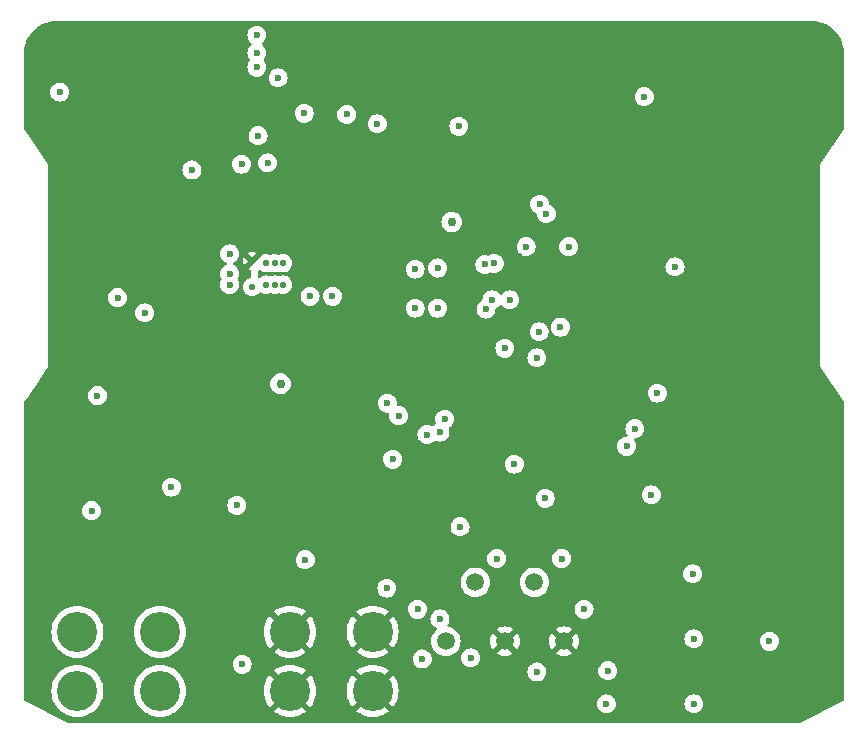
<source format=gbr>
%TF.GenerationSoftware,KiCad,Pcbnew,8.0.7*%
%TF.CreationDate,2025-05-08T16:31:26-05:00*%
%TF.ProjectId,OU_AIMNet_MPPT_v1.0,4f555f41-494d-44e6-9574-5f4d5050545f,rev?*%
%TF.SameCoordinates,Original*%
%TF.FileFunction,Copper,L3,Inr*%
%TF.FilePolarity,Positive*%
%FSLAX46Y46*%
G04 Gerber Fmt 4.6, Leading zero omitted, Abs format (unit mm)*
G04 Created by KiCad (PCBNEW 8.0.7) date 2025-05-08 16:31:26*
%MOMM*%
%LPD*%
G01*
G04 APERTURE LIST*
%TA.AperFunction,ComponentPad*%
%ADD10C,0.550000*%
%TD*%
%TA.AperFunction,ComponentPad*%
%ADD11C,3.400000*%
%TD*%
%TA.AperFunction,ComponentPad*%
%ADD12C,1.500000*%
%TD*%
%TA.AperFunction,ViaPad*%
%ADD13C,0.600000*%
%TD*%
%TA.AperFunction,ViaPad*%
%ADD14C,0.750000*%
%TD*%
G04 APERTURE END LIST*
D10*
%TO.N,+10 V*%
%TO.C,U5*%
X219100000Y-134800000D03*
%TO.N,unconnected-(U5-SW-Pad2)*%
X220300000Y-134600000D03*
%TO.N,unconnected-(U5-SW-Pad2)_2*%
X221000000Y-134600000D03*
%TO.N,unconnected-(U5-SW-Pad2)_6*%
X221700000Y-134600000D03*
%TO.N,+3.3 V*%
X220300000Y-132800000D03*
X221000000Y-132800000D03*
X221700000Y-132800000D03*
%TO.N,GND*%
X219100000Y-132600000D03*
%TD*%
D11*
%TO.N,/J1_CONNECT*%
%TO.C,J1*%
X204300000Y-164000000D03*
X204300000Y-169000000D03*
X211300000Y-164000000D03*
X211300000Y-169000000D03*
%TD*%
%TO.N,GND*%
%TO.C,J2*%
X222300000Y-164000000D03*
X222300000Y-169000000D03*
X229300000Y-164000000D03*
X229300000Y-169000000D03*
%TD*%
D12*
%TO.N,Shield*%
%TO.C,J3*%
X235500000Y-164800000D03*
%TO.N,Battery+*%
X238000000Y-159800000D03*
%TO.N,GND*%
X240500000Y-164800000D03*
%TO.N,Load+*%
X243000000Y-159800000D03*
%TO.N,GND*%
X245500000Y-164800000D03*
%TD*%
D13*
%TO.N,+25 V*%
X230500000Y-160300000D03*
%TO.N,GND*%
X233800000Y-135900000D03*
%TO.N,+25 V*%
X207700000Y-135700000D03*
X252900000Y-152400000D03*
X223600000Y-157900000D03*
D14*
X236000000Y-129300000D03*
D13*
X217800000Y-153300000D03*
D14*
X221500000Y-143000000D03*
D13*
X252300000Y-118700000D03*
X262900000Y-164800000D03*
%TO.N,Voltage Measurement (Solar)*%
X205500000Y-153750000D03*
X212250000Y-151750000D03*
%TO.N,Battery+*%
X236700000Y-155100000D03*
%TO.N,Net-(U6-FB)*%
X210000000Y-137000000D03*
X206000000Y-144000000D03*
%TO.N,Net-(U5-FB)*%
X220400000Y-124300000D03*
X225900000Y-135600000D03*
X217200000Y-134600000D03*
X224000000Y-135600000D03*
%TO.N,Net-(U3-VBAT)*%
X245900000Y-131400000D03*
X242300000Y-131400000D03*
%TO.N,Current Measurement (Solar)*%
X243400000Y-138600000D03*
%TO.N,Current Measurement (Battery)*%
X250800000Y-148300000D03*
%TO.N,Net-(U1-VCC)*%
X214000000Y-124900000D03*
X219600000Y-122000000D03*
X236600000Y-121200000D03*
%TO.N,Net-(U1-DT)*%
X229700000Y-121000000D03*
X221300000Y-117100000D03*
%TO.N,L2P2*%
X202800000Y-118300000D03*
X219500000Y-113500000D03*
%TO.N,Q1D1*%
X223500000Y-120100000D03*
%TO.N,Net-(C36-Pad2)*%
X247200000Y-162100000D03*
X231000000Y-149400000D03*
X233100000Y-162100000D03*
X230550000Y-144650000D03*
X231500000Y-145700000D03*
%TO.N,TCK*%
X253400000Y-143800000D03*
%TO.N,VCP_RX*%
X238900000Y-136675000D03*
X243200000Y-140800000D03*
X240500000Y-140000000D03*
%TO.N,TMS*%
X251500000Y-146800000D03*
X254900000Y-133100000D03*
%TO.N,VCP_TX*%
X240900000Y-135900000D03*
X239400000Y-135900000D03*
X245200000Y-138200000D03*
%TO.N,Q2D1*%
X249200000Y-167300000D03*
%TO.N,Net-(D7-A)*%
X256500000Y-164600000D03*
%TO.N,Net-(D8-A)*%
X256500000Y-170100000D03*
%TO.N,Q2D2*%
X249100000Y-170100000D03*
%TO.N,Q1G2*%
X218200000Y-124400000D03*
X227100000Y-120200000D03*
%TO.N,LED (Charged)*%
X237600000Y-166200000D03*
X235000000Y-147100000D03*
X235000000Y-162900000D03*
%TO.N,LED (Charging)*%
X243200000Y-167400000D03*
X233900000Y-147300000D03*
X233500000Y-166300000D03*
%TO.N,Net-(U5-EN)*%
X217200000Y-133700000D03*
X217200000Y-132000000D03*
%TO.N,Net-(U7--IN)*%
X243900000Y-152700000D03*
%TO.N,Net-(U7-+IN)*%
X241300000Y-149800000D03*
%TO.N,MOSFET Driver SD*%
X219500000Y-116200000D03*
X243449356Y-127800000D03*
X238800000Y-132900000D03*
%TO.N,MOSFET Driver IN*%
X239600000Y-132800000D03*
X219500000Y-115000000D03*
X244000000Y-128600000D03*
%TO.N,Net-(D9-A)*%
X256400000Y-159100000D03*
%TO.N,LED (SYSTEM FAULT)*%
X245300000Y-157800000D03*
X235400000Y-146000000D03*
X239800000Y-157800000D03*
%TO.N,Net-(D10-A)*%
X218250000Y-166750000D03*
%TO.N,L2P3*%
X232900000Y-136600000D03*
X232900000Y-133300000D03*
%TO.N,L2P1*%
X234800000Y-133200000D03*
X234800000Y-136600000D03*
%TO.N,GND*%
X263600000Y-114100000D03*
X266200000Y-121100000D03*
X239800000Y-142600000D03*
X218000000Y-143000000D03*
X234600000Y-115100000D03*
X259700000Y-170100000D03*
X241600000Y-120600000D03*
X203200000Y-114100000D03*
X252400000Y-145000000D03*
X224800000Y-141200000D03*
X240500000Y-167900000D03*
X206400000Y-134100000D03*
X257900000Y-114100000D03*
X218800000Y-158200000D03*
X248800000Y-145700000D03*
X260700000Y-114100000D03*
X204000000Y-146000000D03*
X210250000Y-158250000D03*
X221900000Y-123200000D03*
X266000000Y-139000000D03*
X266200000Y-118700000D03*
X266200000Y-116400000D03*
X245200000Y-143800000D03*
X220000000Y-130000000D03*
X264300000Y-159400000D03*
X260700000Y-120800000D03*
X226200000Y-131400000D03*
X210250000Y-152000000D03*
X265700000Y-170100000D03*
X203400000Y-127500000D03*
X265900000Y-142100000D03*
X253600000Y-155600000D03*
X250600000Y-137200000D03*
X254800000Y-147800000D03*
X203400000Y-133000000D03*
X265900000Y-148500000D03*
X257700000Y-124600000D03*
X227600000Y-114700000D03*
X262700000Y-170100000D03*
X215500000Y-158250000D03*
X203300000Y-138500000D03*
X266000000Y-128000000D03*
X265700000Y-167300000D03*
X266200000Y-114100000D03*
X265400000Y-156500000D03*
X203500000Y-143000000D03*
X243200000Y-142500000D03*
X230000000Y-152000000D03*
X235400000Y-126300000D03*
X231000000Y-115100000D03*
X225800000Y-168200000D03*
X227500000Y-123800000D03*
X241600000Y-116700000D03*
X248400000Y-170900000D03*
X253100000Y-126500000D03*
X241700000Y-132200000D03*
X248400000Y-166700000D03*
X265700000Y-164900000D03*
X265900000Y-145000000D03*
X203400000Y-123400000D03*
X239500000Y-120600000D03*
X235200000Y-122800000D03*
X262000000Y-124600000D03*
X219500000Y-117400000D03*
X239000000Y-115300000D03*
X262000000Y-141400000D03*
X252500000Y-137200000D03*
X229400000Y-139100000D03*
X224887500Y-130950000D03*
%TD*%
%TA.AperFunction,Conductor*%
%TO.N,GND*%
G36*
X266503472Y-112300695D02*
G01*
X266795306Y-112317084D01*
X266809103Y-112318638D01*
X267093827Y-112367015D01*
X267107384Y-112370109D01*
X267384899Y-112450060D01*
X267398025Y-112454653D01*
X267664841Y-112565172D01*
X267677355Y-112571198D01*
X267843444Y-112662992D01*
X267930125Y-112710899D01*
X267941899Y-112718297D01*
X268177430Y-112885415D01*
X268188302Y-112894085D01*
X268403642Y-113086524D01*
X268413473Y-113096355D01*
X268461840Y-113150478D01*
X268605914Y-113311697D01*
X268614584Y-113322569D01*
X268781702Y-113558100D01*
X268789100Y-113569874D01*
X268928797Y-113822637D01*
X268934830Y-113835165D01*
X269045346Y-114101975D01*
X269049939Y-114115100D01*
X269129890Y-114392615D01*
X269132984Y-114406172D01*
X269181359Y-114690885D01*
X269182916Y-114704703D01*
X269199305Y-114996527D01*
X269199500Y-115003480D01*
X269199500Y-121371472D01*
X269179815Y-121438511D01*
X269178674Y-121440255D01*
X267273285Y-124298337D01*
X267264139Y-124309494D01*
X267259537Y-124315491D01*
X267246587Y-124337919D01*
X267242381Y-124344692D01*
X267228022Y-124366232D01*
X267224722Y-124372941D01*
X267222862Y-124377051D01*
X267219978Y-124384014D01*
X267213279Y-124409013D01*
X267210967Y-124416646D01*
X267202668Y-124441179D01*
X267201213Y-124448533D01*
X267200479Y-124452995D01*
X267199500Y-124460437D01*
X267199500Y-124486325D01*
X267199243Y-124494305D01*
X267197576Y-124520139D01*
X267198080Y-124527697D01*
X267199500Y-124542032D01*
X267199500Y-141457969D01*
X267198080Y-141472308D01*
X267197577Y-141479861D01*
X267199243Y-141505693D01*
X267199500Y-141513673D01*
X267199500Y-141539565D01*
X267200480Y-141547014D01*
X267201206Y-141551428D01*
X267202669Y-141558820D01*
X267210966Y-141583346D01*
X267213279Y-141590987D01*
X267219978Y-141615989D01*
X267222867Y-141622964D01*
X267224696Y-141627005D01*
X267228021Y-141633765D01*
X267242383Y-141655309D01*
X267246593Y-141662087D01*
X267259542Y-141684515D01*
X267264139Y-141690506D01*
X267273285Y-141701662D01*
X269178674Y-144559745D01*
X269199482Y-144626444D01*
X269199500Y-144628528D01*
X269199500Y-169737644D01*
X269179815Y-169804683D01*
X269130954Y-169848553D01*
X265455243Y-171686409D01*
X265399789Y-171699500D01*
X203600211Y-171699500D01*
X203544757Y-171686409D01*
X199869046Y-169848553D01*
X199817887Y-169800966D01*
X199800500Y-169737644D01*
X199800500Y-169000000D01*
X202094778Y-169000000D01*
X202113640Y-169287784D01*
X202113644Y-169287837D01*
X202113646Y-169287849D01*
X202169917Y-169570745D01*
X202169921Y-169570760D01*
X202262642Y-169843905D01*
X202390219Y-170102606D01*
X202390223Y-170102613D01*
X202550478Y-170342452D01*
X202740672Y-170559327D01*
X202957547Y-170749521D01*
X203160857Y-170885368D01*
X203197389Y-170909778D01*
X203456098Y-171037359D01*
X203729247Y-171130081D01*
X204012161Y-171186356D01*
X204300000Y-171205222D01*
X204587839Y-171186356D01*
X204870753Y-171130081D01*
X205143902Y-171037359D01*
X205402611Y-170909778D01*
X205642454Y-170749520D01*
X205859327Y-170559327D01*
X206049520Y-170342454D01*
X206209778Y-170102611D01*
X206337359Y-169843902D01*
X206430081Y-169570753D01*
X206486356Y-169287839D01*
X206505222Y-169000000D01*
X209094778Y-169000000D01*
X209113640Y-169287784D01*
X209113644Y-169287837D01*
X209113646Y-169287849D01*
X209169917Y-169570745D01*
X209169921Y-169570760D01*
X209262642Y-169843905D01*
X209390219Y-170102606D01*
X209390223Y-170102613D01*
X209550478Y-170342452D01*
X209740672Y-170559327D01*
X209957547Y-170749521D01*
X210160857Y-170885368D01*
X210197389Y-170909778D01*
X210456098Y-171037359D01*
X210729247Y-171130081D01*
X211012161Y-171186356D01*
X211300000Y-171205222D01*
X211587839Y-171186356D01*
X211870753Y-171130081D01*
X212143902Y-171037359D01*
X212402611Y-170909778D01*
X212642454Y-170749520D01*
X212859327Y-170559327D01*
X213049520Y-170342454D01*
X213209778Y-170102611D01*
X213337359Y-169843902D01*
X213430081Y-169570753D01*
X213486356Y-169287839D01*
X213505222Y-169000000D01*
X213505221Y-168999992D01*
X220095280Y-168999992D01*
X220095280Y-169000007D01*
X220114140Y-169287757D01*
X220114144Y-169287784D01*
X220170402Y-169570615D01*
X220170407Y-169570635D01*
X220263100Y-169843702D01*
X220263104Y-169843712D01*
X220390653Y-170102356D01*
X220550876Y-170342146D01*
X220550881Y-170342152D01*
X220575835Y-170370608D01*
X220575838Y-170370608D01*
X221545884Y-169400561D01*
X221546740Y-169402626D01*
X221639762Y-169541844D01*
X221758156Y-169660238D01*
X221897374Y-169753260D01*
X221899437Y-169754114D01*
X220929390Y-170724160D01*
X220929390Y-170724161D01*
X220957854Y-170749124D01*
X221197643Y-170909346D01*
X221456287Y-171036895D01*
X221456297Y-171036899D01*
X221729364Y-171129592D01*
X221729384Y-171129597D01*
X222012215Y-171185855D01*
X222012242Y-171185859D01*
X222299993Y-171204720D01*
X222300007Y-171204720D01*
X222587757Y-171185859D01*
X222587784Y-171185855D01*
X222870615Y-171129597D01*
X222870635Y-171129592D01*
X223143702Y-171036899D01*
X223143712Y-171036895D01*
X223402356Y-170909346D01*
X223642141Y-170749126D01*
X223642147Y-170749121D01*
X223670608Y-170724162D01*
X223670608Y-170724161D01*
X222700561Y-169754114D01*
X222702626Y-169753260D01*
X222841844Y-169660238D01*
X222960238Y-169541844D01*
X223053260Y-169402626D01*
X223054114Y-169400561D01*
X224024161Y-170370608D01*
X224024162Y-170370608D01*
X224049121Y-170342147D01*
X224049126Y-170342141D01*
X224209346Y-170102356D01*
X224336895Y-169843712D01*
X224336899Y-169843702D01*
X224429592Y-169570635D01*
X224429597Y-169570615D01*
X224485855Y-169287784D01*
X224485859Y-169287757D01*
X224504720Y-169000007D01*
X224504720Y-168999992D01*
X227095280Y-168999992D01*
X227095280Y-169000007D01*
X227114140Y-169287757D01*
X227114144Y-169287784D01*
X227170402Y-169570615D01*
X227170407Y-169570635D01*
X227263100Y-169843702D01*
X227263104Y-169843712D01*
X227390653Y-170102356D01*
X227550876Y-170342146D01*
X227550881Y-170342152D01*
X227575835Y-170370608D01*
X227575838Y-170370608D01*
X228545884Y-169400561D01*
X228546740Y-169402626D01*
X228639762Y-169541844D01*
X228758156Y-169660238D01*
X228897374Y-169753260D01*
X228899437Y-169754114D01*
X227929390Y-170724160D01*
X227929390Y-170724161D01*
X227957854Y-170749124D01*
X228197643Y-170909346D01*
X228456287Y-171036895D01*
X228456297Y-171036899D01*
X228729364Y-171129592D01*
X228729384Y-171129597D01*
X229012215Y-171185855D01*
X229012242Y-171185859D01*
X229299993Y-171204720D01*
X229300007Y-171204720D01*
X229587757Y-171185859D01*
X229587784Y-171185855D01*
X229870615Y-171129597D01*
X229870635Y-171129592D01*
X230143702Y-171036899D01*
X230143712Y-171036895D01*
X230402356Y-170909346D01*
X230642141Y-170749126D01*
X230642147Y-170749121D01*
X230670608Y-170724162D01*
X230670608Y-170724161D01*
X229700561Y-169754114D01*
X229702626Y-169753260D01*
X229841844Y-169660238D01*
X229960238Y-169541844D01*
X230053260Y-169402626D01*
X230054114Y-169400561D01*
X231024161Y-170370608D01*
X231024162Y-170370608D01*
X231049121Y-170342147D01*
X231049126Y-170342141D01*
X231209346Y-170102356D01*
X231210510Y-170099996D01*
X248294435Y-170099996D01*
X248294435Y-170100003D01*
X248314630Y-170279249D01*
X248314631Y-170279254D01*
X248374211Y-170449523D01*
X248443206Y-170559327D01*
X248470184Y-170602262D01*
X248597738Y-170729816D01*
X248750478Y-170825789D01*
X248920745Y-170885368D01*
X248920750Y-170885369D01*
X249099996Y-170905565D01*
X249100000Y-170905565D01*
X249100004Y-170905565D01*
X249279249Y-170885369D01*
X249279252Y-170885368D01*
X249279255Y-170885368D01*
X249449522Y-170825789D01*
X249602262Y-170729816D01*
X249729816Y-170602262D01*
X249825789Y-170449522D01*
X249885368Y-170279255D01*
X249887003Y-170264748D01*
X249905565Y-170100003D01*
X249905565Y-170099996D01*
X255694435Y-170099996D01*
X255694435Y-170100003D01*
X255714630Y-170279249D01*
X255714631Y-170279254D01*
X255774211Y-170449523D01*
X255843206Y-170559327D01*
X255870184Y-170602262D01*
X255997738Y-170729816D01*
X256150478Y-170825789D01*
X256320745Y-170885368D01*
X256320750Y-170885369D01*
X256499996Y-170905565D01*
X256500000Y-170905565D01*
X256500004Y-170905565D01*
X256679249Y-170885369D01*
X256679252Y-170885368D01*
X256679255Y-170885368D01*
X256849522Y-170825789D01*
X257002262Y-170729816D01*
X257129816Y-170602262D01*
X257225789Y-170449522D01*
X257285368Y-170279255D01*
X257287003Y-170264748D01*
X257305565Y-170100003D01*
X257305565Y-170099996D01*
X257285369Y-169920750D01*
X257285368Y-169920745D01*
X257260107Y-169848553D01*
X257225789Y-169750478D01*
X257129816Y-169597738D01*
X257002262Y-169470184D01*
X256849523Y-169374211D01*
X256679254Y-169314631D01*
X256679249Y-169314630D01*
X256500004Y-169294435D01*
X256499996Y-169294435D01*
X256320750Y-169314630D01*
X256320745Y-169314631D01*
X256150476Y-169374211D01*
X255997737Y-169470184D01*
X255870184Y-169597737D01*
X255774211Y-169750476D01*
X255714631Y-169920745D01*
X255714630Y-169920750D01*
X255694435Y-170099996D01*
X249905565Y-170099996D01*
X249885369Y-169920750D01*
X249885368Y-169920745D01*
X249860107Y-169848553D01*
X249825789Y-169750478D01*
X249729816Y-169597738D01*
X249602262Y-169470184D01*
X249449523Y-169374211D01*
X249279254Y-169314631D01*
X249279249Y-169314630D01*
X249100004Y-169294435D01*
X249099996Y-169294435D01*
X248920750Y-169314630D01*
X248920745Y-169314631D01*
X248750476Y-169374211D01*
X248597737Y-169470184D01*
X248470184Y-169597737D01*
X248374211Y-169750476D01*
X248314631Y-169920745D01*
X248314630Y-169920750D01*
X248294435Y-170099996D01*
X231210510Y-170099996D01*
X231336895Y-169843712D01*
X231336899Y-169843702D01*
X231429592Y-169570635D01*
X231429597Y-169570615D01*
X231485855Y-169287784D01*
X231485859Y-169287757D01*
X231504720Y-169000007D01*
X231504720Y-168999992D01*
X231485859Y-168712242D01*
X231485855Y-168712215D01*
X231429597Y-168429384D01*
X231429592Y-168429364D01*
X231336899Y-168156297D01*
X231336895Y-168156287D01*
X231209346Y-167897643D01*
X231049124Y-167657854D01*
X231024161Y-167629390D01*
X231024160Y-167629390D01*
X230054114Y-168599436D01*
X230053260Y-168597374D01*
X229960238Y-168458156D01*
X229841844Y-168339762D01*
X229702626Y-168246740D01*
X229700561Y-168245884D01*
X230546450Y-167399996D01*
X242394435Y-167399996D01*
X242394435Y-167400003D01*
X242414630Y-167579249D01*
X242414631Y-167579254D01*
X242474211Y-167749523D01*
X242567120Y-167897386D01*
X242570184Y-167902262D01*
X242697738Y-168029816D01*
X242850478Y-168125789D01*
X242937665Y-168156297D01*
X243020745Y-168185368D01*
X243020750Y-168185369D01*
X243199996Y-168205565D01*
X243200000Y-168205565D01*
X243200004Y-168205565D01*
X243379249Y-168185369D01*
X243379252Y-168185368D01*
X243379255Y-168185368D01*
X243549522Y-168125789D01*
X243702262Y-168029816D01*
X243829816Y-167902262D01*
X243925789Y-167749522D01*
X243985368Y-167579255D01*
X243985369Y-167579249D01*
X244005565Y-167400003D01*
X244005565Y-167399996D01*
X243994298Y-167299996D01*
X248394435Y-167299996D01*
X248394435Y-167300003D01*
X248414630Y-167479249D01*
X248414631Y-167479254D01*
X248474211Y-167649523D01*
X248479253Y-167657547D01*
X248570184Y-167802262D01*
X248697738Y-167929816D01*
X248850478Y-168025789D01*
X248861984Y-168029815D01*
X249020745Y-168085368D01*
X249020750Y-168085369D01*
X249199996Y-168105565D01*
X249200000Y-168105565D01*
X249200004Y-168105565D01*
X249379249Y-168085369D01*
X249379252Y-168085368D01*
X249379255Y-168085368D01*
X249549522Y-168025789D01*
X249702262Y-167929816D01*
X249829816Y-167802262D01*
X249925789Y-167649522D01*
X249985368Y-167479255D01*
X249989715Y-167440673D01*
X250005565Y-167300003D01*
X250005565Y-167299996D01*
X249985369Y-167120750D01*
X249985368Y-167120745D01*
X249974688Y-167090223D01*
X249925789Y-166950478D01*
X249829816Y-166797738D01*
X249702262Y-166670184D01*
X249613852Y-166614632D01*
X249549523Y-166574211D01*
X249379254Y-166514631D01*
X249379249Y-166514630D01*
X249200004Y-166494435D01*
X249199996Y-166494435D01*
X249020750Y-166514630D01*
X249020745Y-166514631D01*
X248850476Y-166574211D01*
X248697737Y-166670184D01*
X248570184Y-166797737D01*
X248474211Y-166950476D01*
X248414631Y-167120745D01*
X248414630Y-167120750D01*
X248394435Y-167299996D01*
X243994298Y-167299996D01*
X243985369Y-167220750D01*
X243985368Y-167220745D01*
X243945065Y-167105565D01*
X243925789Y-167050478D01*
X243829816Y-166897738D01*
X243702262Y-166770184D01*
X243670144Y-166750003D01*
X243549523Y-166674211D01*
X243379254Y-166614631D01*
X243379249Y-166614630D01*
X243200004Y-166594435D01*
X243199996Y-166594435D01*
X243020750Y-166614630D01*
X243020745Y-166614631D01*
X242850476Y-166674211D01*
X242697737Y-166770184D01*
X242570184Y-166897737D01*
X242474211Y-167050476D01*
X242414631Y-167220745D01*
X242414630Y-167220750D01*
X242394435Y-167399996D01*
X230546450Y-167399996D01*
X230670608Y-167275838D01*
X230670608Y-167275835D01*
X230642152Y-167250881D01*
X230642146Y-167250876D01*
X230402356Y-167090653D01*
X230143712Y-166963104D01*
X230143702Y-166963100D01*
X229870635Y-166870407D01*
X229870615Y-166870402D01*
X229587784Y-166814144D01*
X229587757Y-166814140D01*
X229300007Y-166795280D01*
X229299993Y-166795280D01*
X229012242Y-166814140D01*
X229012215Y-166814144D01*
X228729384Y-166870402D01*
X228729364Y-166870407D01*
X228456297Y-166963100D01*
X228456287Y-166963104D01*
X228197643Y-167090653D01*
X227957851Y-167250878D01*
X227929390Y-167275837D01*
X228899438Y-168245884D01*
X228897374Y-168246740D01*
X228758156Y-168339762D01*
X228639762Y-168458156D01*
X228546740Y-168597374D01*
X228545885Y-168599438D01*
X227575837Y-167629390D01*
X227550878Y-167657851D01*
X227390653Y-167897643D01*
X227263104Y-168156287D01*
X227263100Y-168156297D01*
X227170407Y-168429364D01*
X227170402Y-168429384D01*
X227114144Y-168712215D01*
X227114140Y-168712242D01*
X227095280Y-168999992D01*
X224504720Y-168999992D01*
X224485859Y-168712242D01*
X224485855Y-168712215D01*
X224429597Y-168429384D01*
X224429592Y-168429364D01*
X224336899Y-168156297D01*
X224336895Y-168156287D01*
X224209346Y-167897643D01*
X224049124Y-167657854D01*
X224024161Y-167629390D01*
X224024160Y-167629390D01*
X223054114Y-168599436D01*
X223053260Y-168597374D01*
X222960238Y-168458156D01*
X222841844Y-168339762D01*
X222702626Y-168246740D01*
X222700561Y-168245884D01*
X223670608Y-167275838D01*
X223670608Y-167275835D01*
X223642152Y-167250881D01*
X223642146Y-167250876D01*
X223402356Y-167090653D01*
X223143712Y-166963104D01*
X223143702Y-166963100D01*
X222870635Y-166870407D01*
X222870615Y-166870402D01*
X222587784Y-166814144D01*
X222587757Y-166814140D01*
X222300007Y-166795280D01*
X222299993Y-166795280D01*
X222012242Y-166814140D01*
X222012215Y-166814144D01*
X221729384Y-166870402D01*
X221729364Y-166870407D01*
X221456297Y-166963100D01*
X221456287Y-166963104D01*
X221197643Y-167090653D01*
X220957851Y-167250878D01*
X220929390Y-167275837D01*
X221899438Y-168245884D01*
X221897374Y-168246740D01*
X221758156Y-168339762D01*
X221639762Y-168458156D01*
X221546740Y-168597374D01*
X221545885Y-168599438D01*
X220575837Y-167629390D01*
X220550878Y-167657851D01*
X220390653Y-167897643D01*
X220263104Y-168156287D01*
X220263100Y-168156297D01*
X220170407Y-168429364D01*
X220170402Y-168429384D01*
X220114144Y-168712215D01*
X220114140Y-168712242D01*
X220095280Y-168999992D01*
X213505221Y-168999992D01*
X213486356Y-168712161D01*
X213430081Y-168429247D01*
X213337359Y-168156098D01*
X213209778Y-167897389D01*
X213110977Y-167749523D01*
X213049521Y-167657547D01*
X212859327Y-167440672D01*
X212642452Y-167250478D01*
X212402613Y-167090223D01*
X212402606Y-167090219D01*
X212143905Y-166962642D01*
X211870760Y-166869921D01*
X211870754Y-166869919D01*
X211870753Y-166869919D01*
X211870751Y-166869918D01*
X211870745Y-166869917D01*
X211587849Y-166813646D01*
X211587839Y-166813644D01*
X211300000Y-166794778D01*
X211012161Y-166813644D01*
X211012155Y-166813645D01*
X211012150Y-166813646D01*
X210729254Y-166869917D01*
X210729239Y-166869921D01*
X210456094Y-166962642D01*
X210197393Y-167090219D01*
X210197386Y-167090223D01*
X209957547Y-167250478D01*
X209740672Y-167440672D01*
X209550478Y-167657547D01*
X209390223Y-167897386D01*
X209390219Y-167897393D01*
X209262642Y-168156094D01*
X209169921Y-168429239D01*
X209169917Y-168429254D01*
X209113646Y-168712150D01*
X209113644Y-168712161D01*
X209094778Y-169000000D01*
X206505222Y-169000000D01*
X206486356Y-168712161D01*
X206430081Y-168429247D01*
X206337359Y-168156098D01*
X206209778Y-167897389D01*
X206110977Y-167749523D01*
X206049521Y-167657547D01*
X205859327Y-167440672D01*
X205642452Y-167250478D01*
X205402613Y-167090223D01*
X205402606Y-167090219D01*
X205143905Y-166962642D01*
X204870760Y-166869921D01*
X204870754Y-166869919D01*
X204870753Y-166869919D01*
X204870751Y-166869918D01*
X204870745Y-166869917D01*
X204587849Y-166813646D01*
X204587839Y-166813644D01*
X204300000Y-166794778D01*
X204012161Y-166813644D01*
X204012155Y-166813645D01*
X204012150Y-166813646D01*
X203729254Y-166869917D01*
X203729239Y-166869921D01*
X203456094Y-166962642D01*
X203197393Y-167090219D01*
X203197386Y-167090223D01*
X202957547Y-167250478D01*
X202740672Y-167440672D01*
X202550478Y-167657547D01*
X202390223Y-167897386D01*
X202390219Y-167897393D01*
X202262642Y-168156094D01*
X202169921Y-168429239D01*
X202169917Y-168429254D01*
X202113646Y-168712150D01*
X202113644Y-168712161D01*
X202094778Y-169000000D01*
X199800500Y-169000000D01*
X199800500Y-166749996D01*
X217444435Y-166749996D01*
X217444435Y-166750003D01*
X217464630Y-166929249D01*
X217464631Y-166929254D01*
X217524211Y-167099523D01*
X217600384Y-167220750D01*
X217620184Y-167252262D01*
X217747738Y-167379816D01*
X217900478Y-167475789D01*
X218070745Y-167535368D01*
X218070750Y-167535369D01*
X218249996Y-167555565D01*
X218250000Y-167555565D01*
X218250004Y-167555565D01*
X218429249Y-167535369D01*
X218429252Y-167535368D01*
X218429255Y-167535368D01*
X218599522Y-167475789D01*
X218752262Y-167379816D01*
X218879816Y-167252262D01*
X218975789Y-167099522D01*
X219035368Y-166929255D01*
X219038919Y-166897738D01*
X219055565Y-166750003D01*
X219055565Y-166749996D01*
X219035369Y-166570750D01*
X219035368Y-166570745D01*
X219015733Y-166514631D01*
X218975789Y-166400478D01*
X218912652Y-166299996D01*
X232694435Y-166299996D01*
X232694435Y-166300003D01*
X232714630Y-166479249D01*
X232714631Y-166479254D01*
X232774211Y-166649523D01*
X232837347Y-166750003D01*
X232870184Y-166802262D01*
X232997738Y-166929816D01*
X233150478Y-167025789D01*
X233320745Y-167085368D01*
X233320750Y-167085369D01*
X233499996Y-167105565D01*
X233500000Y-167105565D01*
X233500004Y-167105565D01*
X233679249Y-167085369D01*
X233679252Y-167085368D01*
X233679255Y-167085368D01*
X233849522Y-167025789D01*
X234002262Y-166929816D01*
X234129816Y-166802262D01*
X234225789Y-166649522D01*
X234285368Y-166479255D01*
X234294244Y-166400478D01*
X234305565Y-166300003D01*
X234305565Y-166299996D01*
X234294298Y-166199996D01*
X236794435Y-166199996D01*
X236794435Y-166200003D01*
X236814630Y-166379249D01*
X236814631Y-166379254D01*
X236874211Y-166549523D01*
X236915122Y-166614632D01*
X236970184Y-166702262D01*
X237097738Y-166829816D01*
X237161565Y-166869921D01*
X237205833Y-166897737D01*
X237250478Y-166925789D01*
X237355795Y-166962641D01*
X237420745Y-166985368D01*
X237420750Y-166985369D01*
X237599996Y-167005565D01*
X237600000Y-167005565D01*
X237600004Y-167005565D01*
X237779249Y-166985369D01*
X237779252Y-166985368D01*
X237779255Y-166985368D01*
X237949522Y-166925789D01*
X238102262Y-166829816D01*
X238229816Y-166702262D01*
X238325789Y-166549522D01*
X238385368Y-166379255D01*
X238385369Y-166379249D01*
X238405565Y-166200003D01*
X238405565Y-166199996D01*
X238385369Y-166020750D01*
X238385368Y-166020745D01*
X238370961Y-165979573D01*
X238325789Y-165850478D01*
X238229816Y-165697738D01*
X238102262Y-165570184D01*
X238031608Y-165525789D01*
X237949523Y-165474211D01*
X237779254Y-165414631D01*
X237779249Y-165414630D01*
X237600004Y-165394435D01*
X237599996Y-165394435D01*
X237420750Y-165414630D01*
X237420745Y-165414631D01*
X237250476Y-165474211D01*
X237097737Y-165570184D01*
X236970184Y-165697737D01*
X236874211Y-165850476D01*
X236814631Y-166020745D01*
X236814630Y-166020750D01*
X236794435Y-166199996D01*
X234294298Y-166199996D01*
X234285369Y-166120750D01*
X234285368Y-166120745D01*
X234256029Y-166036899D01*
X234225789Y-165950478D01*
X234200215Y-165909778D01*
X234162955Y-165850478D01*
X234129816Y-165797738D01*
X234002262Y-165670184D01*
X233849523Y-165574211D01*
X233679254Y-165514631D01*
X233679249Y-165514630D01*
X233500004Y-165494435D01*
X233499996Y-165494435D01*
X233320750Y-165514630D01*
X233320745Y-165514631D01*
X233150476Y-165574211D01*
X232997737Y-165670184D01*
X232870184Y-165797737D01*
X232774211Y-165950476D01*
X232714631Y-166120745D01*
X232714630Y-166120750D01*
X232694435Y-166299996D01*
X218912652Y-166299996D01*
X218879816Y-166247738D01*
X218752262Y-166120184D01*
X218599523Y-166024211D01*
X218429254Y-165964631D01*
X218429249Y-165964630D01*
X218250004Y-165944435D01*
X218249996Y-165944435D01*
X218070750Y-165964630D01*
X218070745Y-165964631D01*
X217900476Y-166024211D01*
X217747737Y-166120184D01*
X217620184Y-166247737D01*
X217524211Y-166400476D01*
X217464631Y-166570745D01*
X217464630Y-166570750D01*
X217444435Y-166749996D01*
X199800500Y-166749996D01*
X199800500Y-164000000D01*
X202094778Y-164000000D01*
X202113640Y-164287784D01*
X202113644Y-164287837D01*
X202113646Y-164287849D01*
X202169917Y-164570745D01*
X202169921Y-164570760D01*
X202262642Y-164843905D01*
X202390219Y-165102606D01*
X202390223Y-165102613D01*
X202550478Y-165342452D01*
X202740672Y-165559327D01*
X202957547Y-165749521D01*
X203029709Y-165797738D01*
X203197389Y-165909778D01*
X203456098Y-166037359D01*
X203729247Y-166130081D01*
X204012161Y-166186356D01*
X204300000Y-166205222D01*
X204587839Y-166186356D01*
X204870753Y-166130081D01*
X205143902Y-166037359D01*
X205402611Y-165909778D01*
X205642454Y-165749520D01*
X205859327Y-165559327D01*
X206049520Y-165342454D01*
X206209778Y-165102611D01*
X206337359Y-164843902D01*
X206430081Y-164570753D01*
X206486356Y-164287839D01*
X206505222Y-164000000D01*
X209094778Y-164000000D01*
X209113640Y-164287784D01*
X209113644Y-164287837D01*
X209113646Y-164287849D01*
X209169917Y-164570745D01*
X209169921Y-164570760D01*
X209262642Y-164843905D01*
X209390219Y-165102606D01*
X209390223Y-165102613D01*
X209550478Y-165342452D01*
X209740672Y-165559327D01*
X209957547Y-165749521D01*
X210029709Y-165797738D01*
X210197389Y-165909778D01*
X210456098Y-166037359D01*
X210729247Y-166130081D01*
X211012161Y-166186356D01*
X211300000Y-166205222D01*
X211587839Y-166186356D01*
X211870753Y-166130081D01*
X212143902Y-166037359D01*
X212402611Y-165909778D01*
X212642454Y-165749520D01*
X212859327Y-165559327D01*
X213049520Y-165342454D01*
X213209778Y-165102611D01*
X213337359Y-164843902D01*
X213430081Y-164570753D01*
X213486356Y-164287839D01*
X213505222Y-164000000D01*
X213505221Y-163999992D01*
X220095280Y-163999992D01*
X220095280Y-164000007D01*
X220114140Y-164287757D01*
X220114144Y-164287784D01*
X220170402Y-164570615D01*
X220170407Y-164570635D01*
X220263100Y-164843702D01*
X220263104Y-164843712D01*
X220390653Y-165102356D01*
X220550876Y-165342146D01*
X220550881Y-165342152D01*
X220575835Y-165370608D01*
X220575838Y-165370608D01*
X221545884Y-164400561D01*
X221546740Y-164402626D01*
X221639762Y-164541844D01*
X221758156Y-164660238D01*
X221897374Y-164753260D01*
X221899437Y-164754114D01*
X220929390Y-165724160D01*
X220929390Y-165724161D01*
X220957854Y-165749124D01*
X221197643Y-165909346D01*
X221456287Y-166036895D01*
X221456297Y-166036899D01*
X221729364Y-166129592D01*
X221729384Y-166129597D01*
X222012215Y-166185855D01*
X222012242Y-166185859D01*
X222299993Y-166204720D01*
X222300007Y-166204720D01*
X222587757Y-166185859D01*
X222587784Y-166185855D01*
X222870615Y-166129597D01*
X222870635Y-166129592D01*
X223143702Y-166036899D01*
X223143712Y-166036895D01*
X223402356Y-165909346D01*
X223642141Y-165749126D01*
X223642147Y-165749121D01*
X223670608Y-165724162D01*
X223670608Y-165724161D01*
X222700561Y-164754114D01*
X222702626Y-164753260D01*
X222841844Y-164660238D01*
X222960238Y-164541844D01*
X223053260Y-164402626D01*
X223054114Y-164400561D01*
X224024161Y-165370608D01*
X224024162Y-165370608D01*
X224049121Y-165342147D01*
X224049126Y-165342141D01*
X224209346Y-165102356D01*
X224336895Y-164843712D01*
X224336899Y-164843702D01*
X224429592Y-164570635D01*
X224429597Y-164570615D01*
X224485855Y-164287784D01*
X224485859Y-164287757D01*
X224504720Y-164000007D01*
X224504720Y-163999992D01*
X227095280Y-163999992D01*
X227095280Y-164000007D01*
X227114140Y-164287757D01*
X227114144Y-164287784D01*
X227170402Y-164570615D01*
X227170407Y-164570635D01*
X227263100Y-164843702D01*
X227263104Y-164843712D01*
X227390653Y-165102356D01*
X227550876Y-165342146D01*
X227550881Y-165342152D01*
X227575835Y-165370608D01*
X227575838Y-165370608D01*
X228545884Y-164400561D01*
X228546740Y-164402626D01*
X228639762Y-164541844D01*
X228758156Y-164660238D01*
X228897374Y-164753260D01*
X228899437Y-164754114D01*
X227929390Y-165724160D01*
X227929390Y-165724161D01*
X227957854Y-165749124D01*
X228197643Y-165909346D01*
X228456287Y-166036895D01*
X228456297Y-166036899D01*
X228729364Y-166129592D01*
X228729384Y-166129597D01*
X229012215Y-166185855D01*
X229012242Y-166185859D01*
X229299993Y-166204720D01*
X229300007Y-166204720D01*
X229587757Y-166185859D01*
X229587784Y-166185855D01*
X229870615Y-166129597D01*
X229870635Y-166129592D01*
X230143702Y-166036899D01*
X230143712Y-166036895D01*
X230402356Y-165909346D01*
X230642141Y-165749126D01*
X230642147Y-165749121D01*
X230670608Y-165724162D01*
X230670608Y-165724161D01*
X229700561Y-164754114D01*
X229702626Y-164753260D01*
X229841844Y-164660238D01*
X229960238Y-164541844D01*
X230053260Y-164402626D01*
X230054114Y-164400561D01*
X231024161Y-165370608D01*
X231024162Y-165370608D01*
X231049121Y-165342147D01*
X231049126Y-165342141D01*
X231209346Y-165102356D01*
X231336895Y-164843712D01*
X231336899Y-164843702D01*
X231429592Y-164570635D01*
X231429597Y-164570615D01*
X231485855Y-164287784D01*
X231485859Y-164287757D01*
X231504720Y-164000007D01*
X231504720Y-163999992D01*
X231485859Y-163712242D01*
X231485855Y-163712215D01*
X231429597Y-163429384D01*
X231429592Y-163429364D01*
X231336899Y-163156297D01*
X231336895Y-163156287D01*
X231209346Y-162897643D01*
X231049124Y-162657854D01*
X231024161Y-162629390D01*
X231024160Y-162629390D01*
X230054114Y-163599436D01*
X230053260Y-163597374D01*
X229960238Y-163458156D01*
X229841844Y-163339762D01*
X229702626Y-163246740D01*
X229700561Y-163245884D01*
X230670608Y-162275838D01*
X230670608Y-162275835D01*
X230642152Y-162250881D01*
X230642146Y-162250876D01*
X230416339Y-162099996D01*
X232294435Y-162099996D01*
X232294435Y-162100003D01*
X232314630Y-162279249D01*
X232314631Y-162279254D01*
X232374211Y-162449523D01*
X232437646Y-162550478D01*
X232470184Y-162602262D01*
X232597738Y-162729816D01*
X232750478Y-162825789D01*
X232920745Y-162885368D01*
X232920750Y-162885369D01*
X233099996Y-162905565D01*
X233100000Y-162905565D01*
X233100004Y-162905565D01*
X233149430Y-162899996D01*
X234194435Y-162899996D01*
X234194435Y-162900003D01*
X234214630Y-163079249D01*
X234214631Y-163079254D01*
X234274211Y-163249523D01*
X234365743Y-163395194D01*
X234370184Y-163402262D01*
X234497738Y-163529816D01*
X234588080Y-163586582D01*
X234642687Y-163620894D01*
X234650478Y-163625789D01*
X234653708Y-163626919D01*
X234655518Y-163628217D01*
X234656753Y-163628812D01*
X234656648Y-163629028D01*
X234710486Y-163667637D01*
X234736237Y-163732588D01*
X234722785Y-163801151D01*
X234696412Y-163834034D01*
X234696951Y-163834573D01*
X234538402Y-163993121D01*
X234412900Y-164172357D01*
X234412898Y-164172361D01*
X234320426Y-164370668D01*
X234320422Y-164370677D01*
X234263793Y-164582020D01*
X234263793Y-164582024D01*
X234244723Y-164799997D01*
X234244723Y-164800002D01*
X234263793Y-165017975D01*
X234263793Y-165017979D01*
X234320422Y-165229322D01*
X234320424Y-165229326D01*
X234320425Y-165229330D01*
X234320652Y-165229816D01*
X234412897Y-165427638D01*
X234414422Y-165429816D01*
X234538402Y-165606877D01*
X234693123Y-165761598D01*
X234872361Y-165887102D01*
X235070670Y-165979575D01*
X235282023Y-166036207D01*
X235464926Y-166052208D01*
X235499998Y-166055277D01*
X235500000Y-166055277D01*
X235500002Y-166055277D01*
X235528254Y-166052805D01*
X235717977Y-166036207D01*
X235929330Y-165979575D01*
X236127639Y-165887102D01*
X236306877Y-165761598D01*
X236461598Y-165606877D01*
X236587102Y-165427639D01*
X236679575Y-165229330D01*
X236736207Y-165017977D01*
X236755277Y-164800000D01*
X236755277Y-164799999D01*
X239245225Y-164799999D01*
X239245225Y-164800000D01*
X239264287Y-165017884D01*
X239264289Y-165017894D01*
X239320894Y-165229150D01*
X239320898Y-165229159D01*
X239413333Y-165427387D01*
X239456874Y-165489571D01*
X240017037Y-164929408D01*
X240034075Y-164992993D01*
X240099901Y-165107007D01*
X240192993Y-165200099D01*
X240307007Y-165265925D01*
X240370590Y-165282962D01*
X239810427Y-165843124D01*
X239872612Y-165886666D01*
X240070840Y-165979101D01*
X240070849Y-165979105D01*
X240282105Y-166035710D01*
X240282115Y-166035712D01*
X240499999Y-166054775D01*
X240500001Y-166054775D01*
X240717884Y-166035712D01*
X240717894Y-166035710D01*
X240929150Y-165979105D01*
X240929164Y-165979100D01*
X241127383Y-165886669D01*
X241127385Y-165886668D01*
X241189571Y-165843124D01*
X240629410Y-165282962D01*
X240692993Y-165265925D01*
X240807007Y-165200099D01*
X240900099Y-165107007D01*
X240965925Y-164992993D01*
X240982962Y-164929408D01*
X241543124Y-165489570D01*
X241586668Y-165427385D01*
X241586669Y-165427383D01*
X241679100Y-165229164D01*
X241679105Y-165229150D01*
X241735710Y-165017894D01*
X241735712Y-165017884D01*
X241754775Y-164800000D01*
X241754775Y-164799999D01*
X244245225Y-164799999D01*
X244245225Y-164800000D01*
X244264287Y-165017884D01*
X244264289Y-165017894D01*
X244320894Y-165229150D01*
X244320898Y-165229159D01*
X244413333Y-165427387D01*
X244456874Y-165489571D01*
X245017037Y-164929408D01*
X245034075Y-164992993D01*
X245099901Y-165107007D01*
X245192993Y-165200099D01*
X245307007Y-165265925D01*
X245370590Y-165282962D01*
X244810427Y-165843124D01*
X244872612Y-165886666D01*
X245070840Y-165979101D01*
X245070849Y-165979105D01*
X245282105Y-166035710D01*
X245282115Y-166035712D01*
X245499999Y-166054775D01*
X245500001Y-166054775D01*
X245717884Y-166035712D01*
X245717894Y-166035710D01*
X245929150Y-165979105D01*
X245929164Y-165979100D01*
X246127383Y-165886669D01*
X246127385Y-165886668D01*
X246189571Y-165843124D01*
X245629410Y-165282962D01*
X245692993Y-165265925D01*
X245807007Y-165200099D01*
X245900099Y-165107007D01*
X245965925Y-164992993D01*
X245982962Y-164929409D01*
X246543124Y-165489570D01*
X246586668Y-165427385D01*
X246586669Y-165427383D01*
X246679100Y-165229164D01*
X246679105Y-165229150D01*
X246735710Y-165017894D01*
X246735712Y-165017884D01*
X246754775Y-164800000D01*
X246754775Y-164799999D01*
X246737276Y-164599996D01*
X255694435Y-164599996D01*
X255694435Y-164600003D01*
X255714630Y-164779249D01*
X255714631Y-164779254D01*
X255774211Y-164949523D01*
X255817172Y-165017894D01*
X255870184Y-165102262D01*
X255997738Y-165229816D01*
X256150478Y-165325789D01*
X256320745Y-165385368D01*
X256320750Y-165385369D01*
X256499996Y-165405565D01*
X256500000Y-165405565D01*
X256500004Y-165405565D01*
X256679249Y-165385369D01*
X256679252Y-165385368D01*
X256679255Y-165385368D01*
X256849522Y-165325789D01*
X257002262Y-165229816D01*
X257129816Y-165102262D01*
X257225789Y-164949522D01*
X257278110Y-164799996D01*
X262094435Y-164799996D01*
X262094435Y-164800003D01*
X262114630Y-164979249D01*
X262114631Y-164979254D01*
X262174211Y-165149523D01*
X262224358Y-165229331D01*
X262270184Y-165302262D01*
X262397738Y-165429816D01*
X262468392Y-165474211D01*
X262532721Y-165514632D01*
X262550478Y-165525789D01*
X262646324Y-165559327D01*
X262720745Y-165585368D01*
X262720750Y-165585369D01*
X262899996Y-165605565D01*
X262900000Y-165605565D01*
X262900004Y-165605565D01*
X263079249Y-165585369D01*
X263079252Y-165585368D01*
X263079255Y-165585368D01*
X263249522Y-165525789D01*
X263402262Y-165429816D01*
X263529816Y-165302262D01*
X263625789Y-165149522D01*
X263685368Y-164979255D01*
X263688718Y-164949522D01*
X263705565Y-164800003D01*
X263705565Y-164799996D01*
X263685369Y-164620750D01*
X263685368Y-164620745D01*
X263671819Y-164582023D01*
X263625789Y-164450478D01*
X263607106Y-164420745D01*
X263529815Y-164297737D01*
X263402262Y-164170184D01*
X263249523Y-164074211D01*
X263079254Y-164014631D01*
X263079249Y-164014630D01*
X262900004Y-163994435D01*
X262899996Y-163994435D01*
X262720750Y-164014630D01*
X262720745Y-164014631D01*
X262550476Y-164074211D01*
X262397737Y-164170184D01*
X262270184Y-164297737D01*
X262174211Y-164450476D01*
X262114631Y-164620745D01*
X262114630Y-164620750D01*
X262094435Y-164799996D01*
X257278110Y-164799996D01*
X257285368Y-164779255D01*
X257288297Y-164753260D01*
X257305565Y-164600003D01*
X257305565Y-164599996D01*
X257285369Y-164420750D01*
X257285368Y-164420745D01*
X257267845Y-164370668D01*
X257225789Y-164250478D01*
X257129816Y-164097738D01*
X257002262Y-163970184D01*
X256916478Y-163916282D01*
X256849523Y-163874211D01*
X256679254Y-163814631D01*
X256679249Y-163814630D01*
X256500004Y-163794435D01*
X256499996Y-163794435D01*
X256320750Y-163814630D01*
X256320745Y-163814631D01*
X256150476Y-163874211D01*
X255997737Y-163970184D01*
X255870184Y-164097737D01*
X255774211Y-164250476D01*
X255714631Y-164420745D01*
X255714630Y-164420750D01*
X255694435Y-164599996D01*
X246737276Y-164599996D01*
X246735712Y-164582115D01*
X246735710Y-164582105D01*
X246679105Y-164370849D01*
X246679101Y-164370840D01*
X246586668Y-164172615D01*
X246543123Y-164110428D01*
X245982962Y-164670589D01*
X245965925Y-164607007D01*
X245900099Y-164492993D01*
X245807007Y-164399901D01*
X245692993Y-164334075D01*
X245629409Y-164317037D01*
X246189571Y-163756874D01*
X246127387Y-163713333D01*
X245929159Y-163620898D01*
X245929150Y-163620894D01*
X245717894Y-163564289D01*
X245717884Y-163564287D01*
X245500001Y-163545225D01*
X245499999Y-163545225D01*
X245282115Y-163564287D01*
X245282105Y-163564289D01*
X245070849Y-163620894D01*
X245070840Y-163620898D01*
X244872614Y-163713332D01*
X244872612Y-163713333D01*
X244810428Y-163756875D01*
X244810427Y-163756875D01*
X245370590Y-164317037D01*
X245307007Y-164334075D01*
X245192993Y-164399901D01*
X245099901Y-164492993D01*
X245034075Y-164607007D01*
X245017037Y-164670590D01*
X244456875Y-164110427D01*
X244456875Y-164110428D01*
X244413333Y-164172612D01*
X244413332Y-164172614D01*
X244320898Y-164370840D01*
X244320894Y-164370849D01*
X244264289Y-164582105D01*
X244264287Y-164582115D01*
X244245225Y-164799999D01*
X241754775Y-164799999D01*
X241735712Y-164582115D01*
X241735710Y-164582105D01*
X241679105Y-164370849D01*
X241679101Y-164370840D01*
X241586668Y-164172615D01*
X241543123Y-164110428D01*
X240982962Y-164670589D01*
X240965925Y-164607007D01*
X240900099Y-164492993D01*
X240807007Y-164399901D01*
X240692993Y-164334075D01*
X240629409Y-164317037D01*
X241189571Y-163756874D01*
X241127387Y-163713333D01*
X240929159Y-163620898D01*
X240929150Y-163620894D01*
X240717894Y-163564289D01*
X240717884Y-163564287D01*
X240500001Y-163545225D01*
X240499999Y-163545225D01*
X240282115Y-163564287D01*
X240282105Y-163564289D01*
X240070849Y-163620894D01*
X240070840Y-163620898D01*
X239872614Y-163713332D01*
X239872612Y-163713333D01*
X239810428Y-163756875D01*
X239810427Y-163756875D01*
X240370590Y-164317037D01*
X240307007Y-164334075D01*
X240192993Y-164399901D01*
X240099901Y-164492993D01*
X240034075Y-164607007D01*
X240017037Y-164670590D01*
X239456875Y-164110427D01*
X239456875Y-164110428D01*
X239413333Y-164172612D01*
X239413332Y-164172614D01*
X239320898Y-164370840D01*
X239320894Y-164370849D01*
X239264289Y-164582105D01*
X239264287Y-164582115D01*
X239245225Y-164799999D01*
X236755277Y-164799999D01*
X236736207Y-164582023D01*
X236688138Y-164402626D01*
X236679577Y-164370677D01*
X236679576Y-164370676D01*
X236679575Y-164370670D01*
X236587102Y-164172362D01*
X236587100Y-164172359D01*
X236587099Y-164172357D01*
X236461599Y-163993124D01*
X236384757Y-163916282D01*
X236306877Y-163838402D01*
X236155759Y-163732588D01*
X236127638Y-163712897D01*
X235985132Y-163646446D01*
X235929330Y-163620425D01*
X235929326Y-163620424D01*
X235929324Y-163620423D01*
X235717938Y-163563782D01*
X235658278Y-163527417D01*
X235627749Y-163464570D01*
X235636044Y-163395194D01*
X235645039Y-163378034D01*
X235725788Y-163249524D01*
X235785368Y-163079254D01*
X235785369Y-163079249D01*
X235805565Y-162900003D01*
X235805565Y-162899996D01*
X235785369Y-162720750D01*
X235785368Y-162720745D01*
X235763254Y-162657546D01*
X235725789Y-162550478D01*
X235629816Y-162397738D01*
X235502262Y-162270184D01*
X235349523Y-162174211D01*
X235179254Y-162114631D01*
X235179249Y-162114630D01*
X235049362Y-162099996D01*
X246394435Y-162099996D01*
X246394435Y-162100003D01*
X246414630Y-162279249D01*
X246414631Y-162279254D01*
X246474211Y-162449523D01*
X246537646Y-162550478D01*
X246570184Y-162602262D01*
X246697738Y-162729816D01*
X246850478Y-162825789D01*
X247020745Y-162885368D01*
X247020750Y-162885369D01*
X247199996Y-162905565D01*
X247200000Y-162905565D01*
X247200004Y-162905565D01*
X247379249Y-162885369D01*
X247379252Y-162885368D01*
X247379255Y-162885368D01*
X247549522Y-162825789D01*
X247702262Y-162729816D01*
X247829816Y-162602262D01*
X247925789Y-162449522D01*
X247985368Y-162279255D01*
X247985753Y-162275837D01*
X248005565Y-162100003D01*
X248005565Y-162099996D01*
X247985369Y-161920750D01*
X247985368Y-161920745D01*
X247967583Y-161869919D01*
X247925789Y-161750478D01*
X247829816Y-161597738D01*
X247702262Y-161470184D01*
X247549523Y-161374211D01*
X247379254Y-161314631D01*
X247379249Y-161314630D01*
X247200004Y-161294435D01*
X247199996Y-161294435D01*
X247020750Y-161314630D01*
X247020745Y-161314631D01*
X246850476Y-161374211D01*
X246697737Y-161470184D01*
X246570184Y-161597737D01*
X246474211Y-161750476D01*
X246414631Y-161920745D01*
X246414630Y-161920750D01*
X246394435Y-162099996D01*
X235049362Y-162099996D01*
X235000004Y-162094435D01*
X234999996Y-162094435D01*
X234820750Y-162114630D01*
X234820745Y-162114631D01*
X234650476Y-162174211D01*
X234497737Y-162270184D01*
X234370184Y-162397737D01*
X234274211Y-162550476D01*
X234214631Y-162720745D01*
X234214630Y-162720750D01*
X234194435Y-162899996D01*
X233149430Y-162899996D01*
X233279249Y-162885369D01*
X233279252Y-162885368D01*
X233279255Y-162885368D01*
X233449522Y-162825789D01*
X233602262Y-162729816D01*
X233729816Y-162602262D01*
X233825789Y-162449522D01*
X233885368Y-162279255D01*
X233885753Y-162275837D01*
X233905565Y-162100003D01*
X233905565Y-162099996D01*
X233885369Y-161920750D01*
X233885368Y-161920745D01*
X233867583Y-161869919D01*
X233825789Y-161750478D01*
X233729816Y-161597738D01*
X233602262Y-161470184D01*
X233449523Y-161374211D01*
X233279254Y-161314631D01*
X233279249Y-161314630D01*
X233100004Y-161294435D01*
X233099996Y-161294435D01*
X232920750Y-161314630D01*
X232920745Y-161314631D01*
X232750476Y-161374211D01*
X232597737Y-161470184D01*
X232470184Y-161597737D01*
X232374211Y-161750476D01*
X232314631Y-161920745D01*
X232314630Y-161920750D01*
X232294435Y-162099996D01*
X230416339Y-162099996D01*
X230402356Y-162090653D01*
X230143712Y-161963104D01*
X230143702Y-161963100D01*
X229870635Y-161870407D01*
X229870615Y-161870402D01*
X229587784Y-161814144D01*
X229587757Y-161814140D01*
X229300007Y-161795280D01*
X229299993Y-161795280D01*
X229012242Y-161814140D01*
X229012215Y-161814144D01*
X228729384Y-161870402D01*
X228729364Y-161870407D01*
X228456297Y-161963100D01*
X228456287Y-161963104D01*
X228197643Y-162090653D01*
X227957851Y-162250878D01*
X227929390Y-162275837D01*
X228899438Y-163245884D01*
X228897374Y-163246740D01*
X228758156Y-163339762D01*
X228639762Y-163458156D01*
X228546740Y-163597374D01*
X228545885Y-163599438D01*
X227575837Y-162629390D01*
X227550878Y-162657851D01*
X227390653Y-162897643D01*
X227263104Y-163156287D01*
X227263100Y-163156297D01*
X227170407Y-163429364D01*
X227170402Y-163429384D01*
X227114144Y-163712215D01*
X227114140Y-163712242D01*
X227095280Y-163999992D01*
X224504720Y-163999992D01*
X224485859Y-163712242D01*
X224485855Y-163712215D01*
X224429597Y-163429384D01*
X224429592Y-163429364D01*
X224336899Y-163156297D01*
X224336895Y-163156287D01*
X224209346Y-162897643D01*
X224049124Y-162657854D01*
X224024161Y-162629390D01*
X224024160Y-162629390D01*
X223054114Y-163599436D01*
X223053260Y-163597374D01*
X222960238Y-163458156D01*
X222841844Y-163339762D01*
X222702626Y-163246740D01*
X222700561Y-163245884D01*
X223670608Y-162275838D01*
X223670608Y-162275835D01*
X223642152Y-162250881D01*
X223642146Y-162250876D01*
X223402356Y-162090653D01*
X223143712Y-161963104D01*
X223143702Y-161963100D01*
X222870635Y-161870407D01*
X222870615Y-161870402D01*
X222587784Y-161814144D01*
X222587757Y-161814140D01*
X222300007Y-161795280D01*
X222299993Y-161795280D01*
X222012242Y-161814140D01*
X222012215Y-161814144D01*
X221729384Y-161870402D01*
X221729364Y-161870407D01*
X221456297Y-161963100D01*
X221456287Y-161963104D01*
X221197643Y-162090653D01*
X220957851Y-162250878D01*
X220929390Y-162275837D01*
X221899438Y-163245884D01*
X221897374Y-163246740D01*
X221758156Y-163339762D01*
X221639762Y-163458156D01*
X221546740Y-163597374D01*
X221545885Y-163599438D01*
X220575837Y-162629390D01*
X220550878Y-162657851D01*
X220390653Y-162897643D01*
X220263104Y-163156287D01*
X220263100Y-163156297D01*
X220170407Y-163429364D01*
X220170402Y-163429384D01*
X220114144Y-163712215D01*
X220114140Y-163712242D01*
X220095280Y-163999992D01*
X213505221Y-163999992D01*
X213486356Y-163712161D01*
X213430081Y-163429247D01*
X213337359Y-163156098D01*
X213209778Y-162897389D01*
X213209776Y-162897386D01*
X213049521Y-162657547D01*
X212859327Y-162440672D01*
X212642452Y-162250478D01*
X212402613Y-162090223D01*
X212402606Y-162090219D01*
X212143905Y-161962642D01*
X211870760Y-161869921D01*
X211870754Y-161869919D01*
X211870753Y-161869919D01*
X211870751Y-161869918D01*
X211870745Y-161869917D01*
X211587849Y-161813646D01*
X211587839Y-161813644D01*
X211300000Y-161794778D01*
X211012161Y-161813644D01*
X211012155Y-161813645D01*
X211012150Y-161813646D01*
X210729254Y-161869917D01*
X210729239Y-161869921D01*
X210456094Y-161962642D01*
X210197393Y-162090219D01*
X210197386Y-162090223D01*
X209957547Y-162250478D01*
X209740672Y-162440672D01*
X209550478Y-162657547D01*
X209390223Y-162897386D01*
X209390219Y-162897393D01*
X209262642Y-163156094D01*
X209169921Y-163429239D01*
X209169917Y-163429254D01*
X209122500Y-163667637D01*
X209113644Y-163712161D01*
X209094778Y-164000000D01*
X206505222Y-164000000D01*
X206486356Y-163712161D01*
X206430081Y-163429247D01*
X206337359Y-163156098D01*
X206209778Y-162897389D01*
X206209776Y-162897386D01*
X206049521Y-162657547D01*
X205859327Y-162440672D01*
X205642452Y-162250478D01*
X205402613Y-162090223D01*
X205402606Y-162090219D01*
X205143905Y-161962642D01*
X204870760Y-161869921D01*
X204870754Y-161869919D01*
X204870753Y-161869919D01*
X204870751Y-161869918D01*
X204870745Y-161869917D01*
X204587849Y-161813646D01*
X204587839Y-161813644D01*
X204300000Y-161794778D01*
X204012161Y-161813644D01*
X204012155Y-161813645D01*
X204012150Y-161813646D01*
X203729254Y-161869917D01*
X203729239Y-161869921D01*
X203456094Y-161962642D01*
X203197393Y-162090219D01*
X203197386Y-162090223D01*
X202957547Y-162250478D01*
X202740672Y-162440672D01*
X202550478Y-162657547D01*
X202390223Y-162897386D01*
X202390219Y-162897393D01*
X202262642Y-163156094D01*
X202169921Y-163429239D01*
X202169917Y-163429254D01*
X202122500Y-163667637D01*
X202113644Y-163712161D01*
X202094778Y-164000000D01*
X199800500Y-164000000D01*
X199800500Y-160299996D01*
X229694435Y-160299996D01*
X229694435Y-160300003D01*
X229714630Y-160479249D01*
X229714631Y-160479254D01*
X229774211Y-160649523D01*
X229844630Y-160761593D01*
X229870184Y-160802262D01*
X229997738Y-160929816D01*
X230150478Y-161025789D01*
X230234750Y-161055277D01*
X230320745Y-161085368D01*
X230320750Y-161085369D01*
X230499996Y-161105565D01*
X230500000Y-161105565D01*
X230500004Y-161105565D01*
X230679249Y-161085369D01*
X230679252Y-161085368D01*
X230679255Y-161085368D01*
X230849522Y-161025789D01*
X231002262Y-160929816D01*
X231129816Y-160802262D01*
X231225789Y-160649522D01*
X231285368Y-160479255D01*
X231305565Y-160300000D01*
X231297602Y-160229330D01*
X231285369Y-160120750D01*
X231285368Y-160120745D01*
X231225789Y-159950478D01*
X231131235Y-159799997D01*
X236744723Y-159799997D01*
X236744723Y-159800002D01*
X236763793Y-160017975D01*
X236763793Y-160017979D01*
X236820422Y-160229322D01*
X236820424Y-160229326D01*
X236820425Y-160229330D01*
X236866661Y-160328484D01*
X236912897Y-160427638D01*
X236912898Y-160427639D01*
X237038402Y-160606877D01*
X237193123Y-160761598D01*
X237372361Y-160887102D01*
X237570670Y-160979575D01*
X237782023Y-161036207D01*
X237964926Y-161052208D01*
X237999998Y-161055277D01*
X238000000Y-161055277D01*
X238000002Y-161055277D01*
X238028254Y-161052805D01*
X238217977Y-161036207D01*
X238429330Y-160979575D01*
X238627639Y-160887102D01*
X238806877Y-160761598D01*
X238961598Y-160606877D01*
X239087102Y-160427639D01*
X239179575Y-160229330D01*
X239236207Y-160017977D01*
X239255277Y-159800000D01*
X239255277Y-159799997D01*
X241744723Y-159799997D01*
X241744723Y-159800002D01*
X241763793Y-160017975D01*
X241763793Y-160017979D01*
X241820422Y-160229322D01*
X241820424Y-160229326D01*
X241820425Y-160229330D01*
X241866661Y-160328484D01*
X241912897Y-160427638D01*
X241912898Y-160427639D01*
X242038402Y-160606877D01*
X242193123Y-160761598D01*
X242372361Y-160887102D01*
X242570670Y-160979575D01*
X242782023Y-161036207D01*
X242964926Y-161052208D01*
X242999998Y-161055277D01*
X243000000Y-161055277D01*
X243000002Y-161055277D01*
X243028254Y-161052805D01*
X243217977Y-161036207D01*
X243429330Y-160979575D01*
X243627639Y-160887102D01*
X243806877Y-160761598D01*
X243961598Y-160606877D01*
X244087102Y-160427639D01*
X244179575Y-160229330D01*
X244236207Y-160017977D01*
X244255277Y-159800000D01*
X244236207Y-159582023D01*
X244179575Y-159370670D01*
X244087102Y-159172362D01*
X244087100Y-159172359D01*
X244087099Y-159172357D01*
X244036431Y-159099996D01*
X255594435Y-159099996D01*
X255594435Y-159100003D01*
X255614630Y-159279249D01*
X255614631Y-159279254D01*
X255674211Y-159449523D01*
X255715122Y-159514632D01*
X255770184Y-159602262D01*
X255897738Y-159729816D01*
X255988080Y-159786582D01*
X256005833Y-159797737D01*
X256050478Y-159825789D01*
X256220745Y-159885368D01*
X256220750Y-159885369D01*
X256399996Y-159905565D01*
X256400000Y-159905565D01*
X256400004Y-159905565D01*
X256579249Y-159885369D01*
X256579252Y-159885368D01*
X256579255Y-159885368D01*
X256749522Y-159825789D01*
X256902262Y-159729816D01*
X257029816Y-159602262D01*
X257125789Y-159449522D01*
X257185368Y-159279255D01*
X257197412Y-159172361D01*
X257205565Y-159100003D01*
X257205565Y-159099996D01*
X257185369Y-158920750D01*
X257185368Y-158920745D01*
X257125788Y-158750476D01*
X257084878Y-158685368D01*
X257029816Y-158597738D01*
X256902262Y-158470184D01*
X256838017Y-158429816D01*
X256749523Y-158374211D01*
X256579254Y-158314631D01*
X256579249Y-158314630D01*
X256400004Y-158294435D01*
X256399996Y-158294435D01*
X256220750Y-158314630D01*
X256220745Y-158314631D01*
X256050476Y-158374211D01*
X255897737Y-158470184D01*
X255770184Y-158597737D01*
X255674211Y-158750476D01*
X255614631Y-158920745D01*
X255614630Y-158920750D01*
X255594435Y-159099996D01*
X244036431Y-159099996D01*
X243961599Y-158993124D01*
X243889220Y-158920745D01*
X243806877Y-158838402D01*
X243627639Y-158712898D01*
X243627640Y-158712898D01*
X243627638Y-158712897D01*
X243528484Y-158666661D01*
X243429330Y-158620425D01*
X243429326Y-158620424D01*
X243429322Y-158620422D01*
X243217977Y-158563793D01*
X243000002Y-158544723D01*
X242999998Y-158544723D01*
X242854682Y-158557436D01*
X242782023Y-158563793D01*
X242782020Y-158563793D01*
X242570677Y-158620422D01*
X242570668Y-158620426D01*
X242372361Y-158712898D01*
X242372357Y-158712900D01*
X242193121Y-158838402D01*
X242038402Y-158993121D01*
X241912900Y-159172357D01*
X241912898Y-159172361D01*
X241820426Y-159370668D01*
X241820422Y-159370677D01*
X241763793Y-159582020D01*
X241763793Y-159582024D01*
X241744723Y-159799997D01*
X239255277Y-159799997D01*
X239236207Y-159582023D01*
X239179575Y-159370670D01*
X239087102Y-159172362D01*
X239087100Y-159172359D01*
X239087099Y-159172357D01*
X238961599Y-158993124D01*
X238889220Y-158920745D01*
X238806877Y-158838402D01*
X238627639Y-158712898D01*
X238627640Y-158712898D01*
X238627638Y-158712897D01*
X238528484Y-158666661D01*
X238429330Y-158620425D01*
X238429326Y-158620424D01*
X238429322Y-158620422D01*
X238217977Y-158563793D01*
X238000002Y-158544723D01*
X237999998Y-158544723D01*
X237854682Y-158557436D01*
X237782023Y-158563793D01*
X237782020Y-158563793D01*
X237570677Y-158620422D01*
X237570668Y-158620426D01*
X237372361Y-158712898D01*
X237372357Y-158712900D01*
X237193121Y-158838402D01*
X237038402Y-158993121D01*
X236912900Y-159172357D01*
X236912898Y-159172361D01*
X236820426Y-159370668D01*
X236820422Y-159370677D01*
X236763793Y-159582020D01*
X236763793Y-159582024D01*
X236744723Y-159799997D01*
X231131235Y-159799997D01*
X231129816Y-159797738D01*
X231002262Y-159670184D01*
X230849523Y-159574211D01*
X230679254Y-159514631D01*
X230679249Y-159514630D01*
X230500004Y-159494435D01*
X230499996Y-159494435D01*
X230320750Y-159514630D01*
X230320745Y-159514631D01*
X230150476Y-159574211D01*
X229997737Y-159670184D01*
X229870184Y-159797737D01*
X229774211Y-159950476D01*
X229714631Y-160120745D01*
X229714630Y-160120750D01*
X229694435Y-160299996D01*
X199800500Y-160299996D01*
X199800500Y-157899996D01*
X222794435Y-157899996D01*
X222794435Y-157900003D01*
X222814630Y-158079249D01*
X222814631Y-158079254D01*
X222874211Y-158249523D01*
X222915122Y-158314632D01*
X222970184Y-158402262D01*
X223097738Y-158529816D01*
X223151812Y-158563793D01*
X223241942Y-158620426D01*
X223250478Y-158625789D01*
X223420745Y-158685368D01*
X223420750Y-158685369D01*
X223599996Y-158705565D01*
X223600000Y-158705565D01*
X223600004Y-158705565D01*
X223779249Y-158685369D01*
X223779252Y-158685368D01*
X223779255Y-158685368D01*
X223949522Y-158625789D01*
X224102262Y-158529816D01*
X224229816Y-158402262D01*
X224325789Y-158249522D01*
X224385368Y-158079255D01*
X224385369Y-158079249D01*
X224405565Y-157900003D01*
X224405565Y-157899996D01*
X224394298Y-157799996D01*
X238994435Y-157799996D01*
X238994435Y-157800003D01*
X239014630Y-157979249D01*
X239014631Y-157979254D01*
X239074211Y-158149523D01*
X239137045Y-158249522D01*
X239170184Y-158302262D01*
X239297738Y-158429816D01*
X239450478Y-158525789D01*
X239620745Y-158585368D01*
X239620750Y-158585369D01*
X239799996Y-158605565D01*
X239800000Y-158605565D01*
X239800004Y-158605565D01*
X239979249Y-158585369D01*
X239979252Y-158585368D01*
X239979255Y-158585368D01*
X240149522Y-158525789D01*
X240302262Y-158429816D01*
X240429816Y-158302262D01*
X240525789Y-158149522D01*
X240585368Y-157979255D01*
X240585369Y-157979249D01*
X240605565Y-157800003D01*
X240605565Y-157799996D01*
X244494435Y-157799996D01*
X244494435Y-157800003D01*
X244514630Y-157979249D01*
X244514631Y-157979254D01*
X244574211Y-158149523D01*
X244637045Y-158249522D01*
X244670184Y-158302262D01*
X244797738Y-158429816D01*
X244950478Y-158525789D01*
X245120745Y-158585368D01*
X245120750Y-158585369D01*
X245299996Y-158605565D01*
X245300000Y-158605565D01*
X245300004Y-158605565D01*
X245479249Y-158585369D01*
X245479252Y-158585368D01*
X245479255Y-158585368D01*
X245649522Y-158525789D01*
X245802262Y-158429816D01*
X245929816Y-158302262D01*
X246025789Y-158149522D01*
X246085368Y-157979255D01*
X246085369Y-157979249D01*
X246105565Y-157800003D01*
X246105565Y-157799996D01*
X246085369Y-157620750D01*
X246085368Y-157620745D01*
X246025789Y-157450478D01*
X245929816Y-157297738D01*
X245802262Y-157170184D01*
X245713852Y-157114632D01*
X245649523Y-157074211D01*
X245479254Y-157014631D01*
X245479249Y-157014630D01*
X245300004Y-156994435D01*
X245299996Y-156994435D01*
X245120750Y-157014630D01*
X245120745Y-157014631D01*
X244950476Y-157074211D01*
X244797737Y-157170184D01*
X244670184Y-157297737D01*
X244574211Y-157450476D01*
X244514631Y-157620745D01*
X244514630Y-157620750D01*
X244494435Y-157799996D01*
X240605565Y-157799996D01*
X240585369Y-157620750D01*
X240585368Y-157620745D01*
X240525789Y-157450478D01*
X240429816Y-157297738D01*
X240302262Y-157170184D01*
X240213852Y-157114632D01*
X240149523Y-157074211D01*
X239979254Y-157014631D01*
X239979249Y-157014630D01*
X239800004Y-156994435D01*
X239799996Y-156994435D01*
X239620750Y-157014630D01*
X239620745Y-157014631D01*
X239450476Y-157074211D01*
X239297737Y-157170184D01*
X239170184Y-157297737D01*
X239074211Y-157450476D01*
X239014631Y-157620745D01*
X239014630Y-157620750D01*
X238994435Y-157799996D01*
X224394298Y-157799996D01*
X224385369Y-157720750D01*
X224385368Y-157720745D01*
X224325788Y-157550476D01*
X224262955Y-157450478D01*
X224229816Y-157397738D01*
X224102262Y-157270184D01*
X223949523Y-157174211D01*
X223779254Y-157114631D01*
X223779249Y-157114630D01*
X223600004Y-157094435D01*
X223599996Y-157094435D01*
X223420750Y-157114630D01*
X223420745Y-157114631D01*
X223250476Y-157174211D01*
X223097737Y-157270184D01*
X222970184Y-157397737D01*
X222874211Y-157550476D01*
X222814631Y-157720745D01*
X222814630Y-157720750D01*
X222794435Y-157899996D01*
X199800500Y-157899996D01*
X199800500Y-155099996D01*
X235894435Y-155099996D01*
X235894435Y-155100003D01*
X235914630Y-155279249D01*
X235914631Y-155279254D01*
X235974211Y-155449523D01*
X236070184Y-155602262D01*
X236197738Y-155729816D01*
X236350478Y-155825789D01*
X236520745Y-155885368D01*
X236520750Y-155885369D01*
X236699996Y-155905565D01*
X236700000Y-155905565D01*
X236700004Y-155905565D01*
X236879249Y-155885369D01*
X236879252Y-155885368D01*
X236879255Y-155885368D01*
X237049522Y-155825789D01*
X237202262Y-155729816D01*
X237329816Y-155602262D01*
X237425789Y-155449522D01*
X237485368Y-155279255D01*
X237505565Y-155100000D01*
X237485368Y-154920745D01*
X237425789Y-154750478D01*
X237329816Y-154597738D01*
X237202262Y-154470184D01*
X237049523Y-154374211D01*
X236879254Y-154314631D01*
X236879249Y-154314630D01*
X236700004Y-154294435D01*
X236699996Y-154294435D01*
X236520750Y-154314630D01*
X236520745Y-154314631D01*
X236350476Y-154374211D01*
X236197737Y-154470184D01*
X236070184Y-154597737D01*
X235974211Y-154750476D01*
X235914631Y-154920745D01*
X235914630Y-154920750D01*
X235894435Y-155099996D01*
X199800500Y-155099996D01*
X199800500Y-153749996D01*
X204694435Y-153749996D01*
X204694435Y-153750003D01*
X204714630Y-153929249D01*
X204714631Y-153929254D01*
X204774211Y-154099523D01*
X204870184Y-154252262D01*
X204997738Y-154379816D01*
X205088080Y-154436582D01*
X205141557Y-154470184D01*
X205150478Y-154475789D01*
X205320745Y-154535368D01*
X205320750Y-154535369D01*
X205499996Y-154555565D01*
X205500000Y-154555565D01*
X205500004Y-154555565D01*
X205679249Y-154535369D01*
X205679252Y-154535368D01*
X205679255Y-154535368D01*
X205849522Y-154475789D01*
X206002262Y-154379816D01*
X206129816Y-154252262D01*
X206225789Y-154099522D01*
X206285368Y-153929255D01*
X206305565Y-153750000D01*
X206294244Y-153649523D01*
X206285369Y-153570750D01*
X206285368Y-153570745D01*
X206225789Y-153400478D01*
X206162652Y-153299996D01*
X216994435Y-153299996D01*
X216994435Y-153300003D01*
X217014630Y-153479249D01*
X217014631Y-153479254D01*
X217074211Y-153649523D01*
X217137347Y-153750003D01*
X217170184Y-153802262D01*
X217297738Y-153929816D01*
X217450478Y-154025789D01*
X217620745Y-154085368D01*
X217620750Y-154085369D01*
X217799996Y-154105565D01*
X217800000Y-154105565D01*
X217800004Y-154105565D01*
X217979249Y-154085369D01*
X217979252Y-154085368D01*
X217979255Y-154085368D01*
X218149522Y-154025789D01*
X218302262Y-153929816D01*
X218429816Y-153802262D01*
X218525789Y-153649522D01*
X218585368Y-153479255D01*
X218591392Y-153425789D01*
X218605565Y-153300003D01*
X218605565Y-153299996D01*
X218585369Y-153120750D01*
X218585368Y-153120745D01*
X218560446Y-153049522D01*
X218525789Y-152950478D01*
X218429816Y-152797738D01*
X218332074Y-152699996D01*
X243094435Y-152699996D01*
X243094435Y-152700003D01*
X243114630Y-152879249D01*
X243114631Y-152879254D01*
X243174211Y-153049523D01*
X243259569Y-153185368D01*
X243270184Y-153202262D01*
X243397738Y-153329816D01*
X243488080Y-153386582D01*
X243510192Y-153400476D01*
X243550478Y-153425789D01*
X243703258Y-153479249D01*
X243720745Y-153485368D01*
X243720750Y-153485369D01*
X243899996Y-153505565D01*
X243900000Y-153505565D01*
X243900004Y-153505565D01*
X244079249Y-153485369D01*
X244079252Y-153485368D01*
X244079255Y-153485368D01*
X244249522Y-153425789D01*
X244402262Y-153329816D01*
X244529816Y-153202262D01*
X244625789Y-153049522D01*
X244685368Y-152879255D01*
X244699985Y-152749523D01*
X244705565Y-152700003D01*
X244705565Y-152699996D01*
X244685369Y-152520750D01*
X244685368Y-152520745D01*
X244669637Y-152475788D01*
X244643116Y-152399996D01*
X252094435Y-152399996D01*
X252094435Y-152400003D01*
X252114630Y-152579249D01*
X252114631Y-152579254D01*
X252174211Y-152749523D01*
X252204507Y-152797738D01*
X252270184Y-152902262D01*
X252397738Y-153029816D01*
X252488080Y-153086582D01*
X252542450Y-153120745D01*
X252550478Y-153125789D01*
X252720745Y-153185368D01*
X252720750Y-153185369D01*
X252899996Y-153205565D01*
X252900000Y-153205565D01*
X252900004Y-153205565D01*
X253079249Y-153185369D01*
X253079252Y-153185368D01*
X253079255Y-153185368D01*
X253249522Y-153125789D01*
X253402262Y-153029816D01*
X253529816Y-152902262D01*
X253625789Y-152749522D01*
X253685368Y-152579255D01*
X253685369Y-152579249D01*
X253705565Y-152400003D01*
X253705565Y-152399996D01*
X253685369Y-152220750D01*
X253685368Y-152220745D01*
X253625789Y-152050478D01*
X253529816Y-151897738D01*
X253402262Y-151770184D01*
X253370144Y-151750003D01*
X253249523Y-151674211D01*
X253079254Y-151614631D01*
X253079249Y-151614630D01*
X252900004Y-151594435D01*
X252899996Y-151594435D01*
X252720750Y-151614630D01*
X252720745Y-151614631D01*
X252550476Y-151674211D01*
X252397737Y-151770184D01*
X252270184Y-151897737D01*
X252174211Y-152050476D01*
X252114631Y-152220745D01*
X252114630Y-152220750D01*
X252094435Y-152399996D01*
X244643116Y-152399996D01*
X244625789Y-152350478D01*
X244529816Y-152197738D01*
X244402262Y-152070184D01*
X244370897Y-152050476D01*
X244249523Y-151974211D01*
X244079254Y-151914631D01*
X244079249Y-151914630D01*
X243900004Y-151894435D01*
X243899996Y-151894435D01*
X243720750Y-151914630D01*
X243720745Y-151914631D01*
X243550476Y-151974211D01*
X243397737Y-152070184D01*
X243270184Y-152197737D01*
X243174211Y-152350476D01*
X243114631Y-152520745D01*
X243114630Y-152520750D01*
X243094435Y-152699996D01*
X218332074Y-152699996D01*
X218302262Y-152670184D01*
X218149523Y-152574211D01*
X217979254Y-152514631D01*
X217979249Y-152514630D01*
X217800004Y-152494435D01*
X217799996Y-152494435D01*
X217620750Y-152514630D01*
X217620745Y-152514631D01*
X217450476Y-152574211D01*
X217297737Y-152670184D01*
X217170184Y-152797737D01*
X217074211Y-152950476D01*
X217014631Y-153120745D01*
X217014630Y-153120750D01*
X216994435Y-153299996D01*
X206162652Y-153299996D01*
X206129816Y-153247738D01*
X206002262Y-153120184D01*
X205849523Y-153024211D01*
X205679254Y-152964631D01*
X205679249Y-152964630D01*
X205500004Y-152944435D01*
X205499996Y-152944435D01*
X205320750Y-152964630D01*
X205320745Y-152964631D01*
X205150476Y-153024211D01*
X204997737Y-153120184D01*
X204870184Y-153247737D01*
X204774211Y-153400476D01*
X204714631Y-153570745D01*
X204714630Y-153570750D01*
X204694435Y-153749996D01*
X199800500Y-153749996D01*
X199800500Y-151749996D01*
X211444435Y-151749996D01*
X211444435Y-151750003D01*
X211464630Y-151929249D01*
X211464631Y-151929254D01*
X211524211Y-152099523D01*
X211600384Y-152220750D01*
X211620184Y-152252262D01*
X211747738Y-152379816D01*
X211900478Y-152475789D01*
X212011479Y-152514630D01*
X212070745Y-152535368D01*
X212070750Y-152535369D01*
X212249996Y-152555565D01*
X212250000Y-152555565D01*
X212250004Y-152555565D01*
X212429249Y-152535369D01*
X212429252Y-152535368D01*
X212429255Y-152535368D01*
X212599522Y-152475789D01*
X212752262Y-152379816D01*
X212879816Y-152252262D01*
X212975789Y-152099522D01*
X213035368Y-151929255D01*
X213038919Y-151897738D01*
X213055565Y-151750003D01*
X213055565Y-151749996D01*
X213035369Y-151570750D01*
X213035368Y-151570745D01*
X212975788Y-151400476D01*
X212879815Y-151247737D01*
X212752262Y-151120184D01*
X212599523Y-151024211D01*
X212429254Y-150964631D01*
X212429249Y-150964630D01*
X212250004Y-150944435D01*
X212249996Y-150944435D01*
X212070750Y-150964630D01*
X212070745Y-150964631D01*
X211900476Y-151024211D01*
X211747737Y-151120184D01*
X211620184Y-151247737D01*
X211524211Y-151400476D01*
X211464631Y-151570745D01*
X211464630Y-151570750D01*
X211444435Y-151749996D01*
X199800500Y-151749996D01*
X199800500Y-149399996D01*
X230194435Y-149399996D01*
X230194435Y-149400003D01*
X230214630Y-149579249D01*
X230214631Y-149579254D01*
X230274211Y-149749523D01*
X230305926Y-149799996D01*
X230370184Y-149902262D01*
X230497738Y-150029816D01*
X230650478Y-150125789D01*
X230718306Y-150149523D01*
X230820745Y-150185368D01*
X230820750Y-150185369D01*
X230999996Y-150205565D01*
X231000000Y-150205565D01*
X231000004Y-150205565D01*
X231179249Y-150185369D01*
X231179252Y-150185368D01*
X231179255Y-150185368D01*
X231349522Y-150125789D01*
X231502262Y-150029816D01*
X231629816Y-149902262D01*
X231694074Y-149799996D01*
X240494435Y-149799996D01*
X240494435Y-149800003D01*
X240514630Y-149979249D01*
X240514631Y-149979254D01*
X240574211Y-150149523D01*
X240596735Y-150185369D01*
X240670184Y-150302262D01*
X240797738Y-150429816D01*
X240950478Y-150525789D01*
X241120745Y-150585368D01*
X241120750Y-150585369D01*
X241299996Y-150605565D01*
X241300000Y-150605565D01*
X241300004Y-150605565D01*
X241479249Y-150585369D01*
X241479252Y-150585368D01*
X241479255Y-150585368D01*
X241649522Y-150525789D01*
X241802262Y-150429816D01*
X241929816Y-150302262D01*
X242025789Y-150149522D01*
X242085368Y-149979255D01*
X242105565Y-149800000D01*
X242085368Y-149620745D01*
X242025789Y-149450478D01*
X241929816Y-149297738D01*
X241802262Y-149170184D01*
X241699422Y-149105565D01*
X241649523Y-149074211D01*
X241479254Y-149014631D01*
X241479249Y-149014630D01*
X241300004Y-148994435D01*
X241299996Y-148994435D01*
X241120750Y-149014630D01*
X241120745Y-149014631D01*
X240950476Y-149074211D01*
X240797737Y-149170184D01*
X240670184Y-149297737D01*
X240574211Y-149450476D01*
X240514631Y-149620745D01*
X240514630Y-149620750D01*
X240494435Y-149799996D01*
X231694074Y-149799996D01*
X231725789Y-149749522D01*
X231785368Y-149579255D01*
X231805565Y-149400000D01*
X231785368Y-149220745D01*
X231725789Y-149050478D01*
X231703265Y-149014632D01*
X231629815Y-148897737D01*
X231502262Y-148770184D01*
X231349523Y-148674211D01*
X231179254Y-148614631D01*
X231179249Y-148614630D01*
X231000004Y-148594435D01*
X230999996Y-148594435D01*
X230820750Y-148614630D01*
X230820745Y-148614631D01*
X230650476Y-148674211D01*
X230497737Y-148770184D01*
X230370184Y-148897737D01*
X230274211Y-149050476D01*
X230214631Y-149220745D01*
X230214630Y-149220750D01*
X230194435Y-149399996D01*
X199800500Y-149399996D01*
X199800500Y-148299996D01*
X249994435Y-148299996D01*
X249994435Y-148300003D01*
X250014630Y-148479249D01*
X250014631Y-148479254D01*
X250074211Y-148649523D01*
X250089724Y-148674211D01*
X250170184Y-148802262D01*
X250297738Y-148929816D01*
X250388080Y-148986582D01*
X250432721Y-149014632D01*
X250450478Y-149025789D01*
X250588860Y-149074211D01*
X250620745Y-149085368D01*
X250620750Y-149085369D01*
X250799996Y-149105565D01*
X250800000Y-149105565D01*
X250800004Y-149105565D01*
X250979249Y-149085369D01*
X250979252Y-149085368D01*
X250979255Y-149085368D01*
X251149522Y-149025789D01*
X251302262Y-148929816D01*
X251429816Y-148802262D01*
X251525789Y-148649522D01*
X251585368Y-148479255D01*
X251605565Y-148300000D01*
X251585368Y-148120745D01*
X251525789Y-147950478D01*
X251429816Y-147797738D01*
X251429815Y-147797737D01*
X251426683Y-147792752D01*
X251407683Y-147725515D01*
X251428051Y-147658680D01*
X251481318Y-147613466D01*
X251517793Y-147603560D01*
X251560457Y-147598753D01*
X251679249Y-147585369D01*
X251679252Y-147585368D01*
X251679255Y-147585368D01*
X251849522Y-147525789D01*
X252002262Y-147429816D01*
X252129816Y-147302262D01*
X252225789Y-147149522D01*
X252285368Y-146979255D01*
X252285369Y-146979249D01*
X252305565Y-146800003D01*
X252305565Y-146799996D01*
X252285369Y-146620750D01*
X252285368Y-146620745D01*
X252225789Y-146450478D01*
X252129816Y-146297738D01*
X252002262Y-146170184D01*
X251849523Y-146074211D01*
X251679254Y-146014631D01*
X251679249Y-146014630D01*
X251500004Y-145994435D01*
X251499996Y-145994435D01*
X251320750Y-146014630D01*
X251320745Y-146014631D01*
X251150476Y-146074211D01*
X250997737Y-146170184D01*
X250870184Y-146297737D01*
X250774211Y-146450476D01*
X250714631Y-146620745D01*
X250714630Y-146620750D01*
X250694435Y-146799996D01*
X250694435Y-146800003D01*
X250714630Y-146979249D01*
X250714631Y-146979254D01*
X250774211Y-147149523D01*
X250873316Y-147307247D01*
X250892316Y-147374484D01*
X250871948Y-147441319D01*
X250818680Y-147486533D01*
X250782206Y-147496439D01*
X250620749Y-147514630D01*
X250620745Y-147514631D01*
X250450476Y-147574211D01*
X250297737Y-147670184D01*
X250170184Y-147797737D01*
X250074211Y-147950476D01*
X250014631Y-148120745D01*
X250014630Y-148120750D01*
X249994435Y-148299996D01*
X199800500Y-148299996D01*
X199800500Y-147299996D01*
X233094435Y-147299996D01*
X233094435Y-147300003D01*
X233114630Y-147479249D01*
X233114631Y-147479254D01*
X233174211Y-147649523D01*
X233224662Y-147729815D01*
X233270184Y-147802262D01*
X233397738Y-147929816D01*
X233550478Y-148025789D01*
X233720745Y-148085368D01*
X233720750Y-148085369D01*
X233899996Y-148105565D01*
X233900000Y-148105565D01*
X233900004Y-148105565D01*
X234079249Y-148085369D01*
X234079252Y-148085368D01*
X234079255Y-148085368D01*
X234249522Y-148025789D01*
X234402262Y-147929816D01*
X234492005Y-147840073D01*
X234553328Y-147806588D01*
X234623020Y-147811572D01*
X234645654Y-147822758D01*
X234650478Y-147825789D01*
X234650481Y-147825790D01*
X234820737Y-147885366D01*
X234820743Y-147885367D01*
X234820745Y-147885368D01*
X234820746Y-147885368D01*
X234820750Y-147885369D01*
X234999996Y-147905565D01*
X235000000Y-147905565D01*
X235000004Y-147905565D01*
X235179249Y-147885369D01*
X235179252Y-147885368D01*
X235179255Y-147885368D01*
X235349522Y-147825789D01*
X235502262Y-147729816D01*
X235629816Y-147602262D01*
X235725789Y-147449522D01*
X235785368Y-147279255D01*
X235799985Y-147149523D01*
X235805565Y-147100003D01*
X235805565Y-147099996D01*
X235785369Y-146920750D01*
X235785367Y-146920740D01*
X235755645Y-146835802D01*
X235752082Y-146766023D01*
X235786811Y-146705395D01*
X235806708Y-146689856D01*
X235902262Y-146629816D01*
X236029816Y-146502262D01*
X236125789Y-146349522D01*
X236185368Y-146179255D01*
X236199985Y-146049523D01*
X236205565Y-146000003D01*
X236205565Y-145999996D01*
X236185369Y-145820750D01*
X236185368Y-145820745D01*
X236125789Y-145650478D01*
X236088071Y-145590451D01*
X236029815Y-145497737D01*
X235902262Y-145370184D01*
X235749523Y-145274211D01*
X235579254Y-145214631D01*
X235579249Y-145214630D01*
X235400004Y-145194435D01*
X235399996Y-145194435D01*
X235220750Y-145214630D01*
X235220745Y-145214631D01*
X235050476Y-145274211D01*
X234897737Y-145370184D01*
X234770184Y-145497737D01*
X234674211Y-145650476D01*
X234614631Y-145820745D01*
X234614630Y-145820750D01*
X234594435Y-145999996D01*
X234594435Y-146000003D01*
X234614630Y-146179249D01*
X234614632Y-146179257D01*
X234644355Y-146264200D01*
X234647916Y-146333978D01*
X234613187Y-146394606D01*
X234593285Y-146410148D01*
X234497739Y-146470183D01*
X234407995Y-146559927D01*
X234346671Y-146593411D01*
X234276980Y-146588427D01*
X234254349Y-146577243D01*
X234249521Y-146574210D01*
X234079262Y-146514633D01*
X234079249Y-146514630D01*
X233900004Y-146494435D01*
X233899996Y-146494435D01*
X233720750Y-146514630D01*
X233720745Y-146514631D01*
X233550476Y-146574211D01*
X233397737Y-146670184D01*
X233270184Y-146797737D01*
X233174211Y-146950476D01*
X233114631Y-147120745D01*
X233114630Y-147120750D01*
X233094435Y-147299996D01*
X199800500Y-147299996D01*
X199800500Y-144628528D01*
X199820185Y-144561489D01*
X199821326Y-144559745D01*
X200194492Y-143999996D01*
X205194435Y-143999996D01*
X205194435Y-144000003D01*
X205214630Y-144179249D01*
X205214631Y-144179254D01*
X205274211Y-144349523D01*
X205350384Y-144470750D01*
X205370184Y-144502262D01*
X205497738Y-144629816D01*
X205650478Y-144725789D01*
X205746953Y-144759547D01*
X205820745Y-144785368D01*
X205820750Y-144785369D01*
X205999996Y-144805565D01*
X206000000Y-144805565D01*
X206000004Y-144805565D01*
X206179249Y-144785369D01*
X206179252Y-144785368D01*
X206179255Y-144785368D01*
X206349522Y-144725789D01*
X206470146Y-144649996D01*
X229744435Y-144649996D01*
X229744435Y-144650003D01*
X229764630Y-144829249D01*
X229764631Y-144829254D01*
X229824211Y-144999523D01*
X229868611Y-145070184D01*
X229920184Y-145152262D01*
X230047738Y-145279816D01*
X230138080Y-145336582D01*
X230191557Y-145370184D01*
X230200478Y-145375789D01*
X230353364Y-145429286D01*
X230370745Y-145435368D01*
X230370750Y-145435369D01*
X230549996Y-145455565D01*
X230549998Y-145455565D01*
X230549998Y-145455564D01*
X230550000Y-145455565D01*
X230569672Y-145453348D01*
X230638492Y-145465401D01*
X230689873Y-145512749D01*
X230707499Y-145580359D01*
X230706777Y-145590451D01*
X230694435Y-145699995D01*
X230694435Y-145700003D01*
X230714630Y-145879249D01*
X230714631Y-145879254D01*
X230774211Y-146049523D01*
X230789724Y-146074211D01*
X230870184Y-146202262D01*
X230997738Y-146329816D01*
X231050475Y-146362953D01*
X231125585Y-146410148D01*
X231150478Y-146425789D01*
X231277349Y-146470183D01*
X231320745Y-146485368D01*
X231320750Y-146485369D01*
X231499996Y-146505565D01*
X231500000Y-146505565D01*
X231500004Y-146505565D01*
X231679249Y-146485369D01*
X231679252Y-146485368D01*
X231679255Y-146485368D01*
X231849522Y-146425789D01*
X232002262Y-146329816D01*
X232129816Y-146202262D01*
X232225789Y-146049522D01*
X232285368Y-145879255D01*
X232291960Y-145820750D01*
X232305565Y-145700003D01*
X232305565Y-145699996D01*
X232285369Y-145520750D01*
X232285368Y-145520745D01*
X232282570Y-145512749D01*
X232225789Y-145350478D01*
X232129816Y-145197738D01*
X232002262Y-145070184D01*
X231849523Y-144974211D01*
X231679254Y-144914631D01*
X231679249Y-144914630D01*
X231500004Y-144894435D01*
X231500003Y-144894435D01*
X231500001Y-144894435D01*
X231500000Y-144894435D01*
X231480323Y-144896651D01*
X231411502Y-144884596D01*
X231360123Y-144837246D01*
X231342500Y-144769635D01*
X231343222Y-144759547D01*
X231355565Y-144650002D01*
X231355565Y-144649996D01*
X231335369Y-144470750D01*
X231335368Y-144470745D01*
X231302047Y-144375519D01*
X231275789Y-144300478D01*
X231179816Y-144147738D01*
X231052262Y-144020184D01*
X231020144Y-144000003D01*
X230899523Y-143924211D01*
X230729254Y-143864631D01*
X230729249Y-143864630D01*
X230550004Y-143844435D01*
X230549996Y-143844435D01*
X230370750Y-143864630D01*
X230370745Y-143864631D01*
X230200476Y-143924211D01*
X230047737Y-144020184D01*
X229920184Y-144147737D01*
X229824211Y-144300476D01*
X229764631Y-144470745D01*
X229764630Y-144470750D01*
X229744435Y-144649996D01*
X206470146Y-144649996D01*
X206502262Y-144629816D01*
X206629816Y-144502262D01*
X206725789Y-144349522D01*
X206785368Y-144179255D01*
X206788919Y-144147738D01*
X206805565Y-144000003D01*
X206805565Y-143999996D01*
X206785369Y-143820750D01*
X206785368Y-143820745D01*
X206778108Y-143799996D01*
X206725789Y-143650478D01*
X206707106Y-143620745D01*
X206686582Y-143588080D01*
X206629816Y-143497738D01*
X206502262Y-143370184D01*
X206482956Y-143358053D01*
X206349523Y-143274211D01*
X206179254Y-143214631D01*
X206179249Y-143214630D01*
X206000004Y-143194435D01*
X205999996Y-143194435D01*
X205820750Y-143214630D01*
X205820745Y-143214631D01*
X205650476Y-143274211D01*
X205497737Y-143370184D01*
X205370184Y-143497737D01*
X205274211Y-143650476D01*
X205214631Y-143820745D01*
X205214630Y-143820750D01*
X205194435Y-143999996D01*
X200194492Y-143999996D01*
X200298199Y-143844435D01*
X200861155Y-143000000D01*
X220619678Y-143000000D01*
X220638915Y-143183029D01*
X220638916Y-143183032D01*
X220695783Y-143358053D01*
X220695786Y-143358059D01*
X220787805Y-143517440D01*
X220880821Y-143620745D01*
X220910949Y-143654206D01*
X220910951Y-143654208D01*
X221059834Y-143762378D01*
X221059835Y-143762378D01*
X221059839Y-143762381D01*
X221190927Y-143820745D01*
X221227961Y-143837234D01*
X221227966Y-143837236D01*
X221407981Y-143875500D01*
X221592019Y-143875500D01*
X221772034Y-143837236D01*
X221855676Y-143799996D01*
X252594435Y-143799996D01*
X252594435Y-143800003D01*
X252614630Y-143979249D01*
X252614631Y-143979254D01*
X252674211Y-144149523D01*
X252769062Y-144300476D01*
X252770184Y-144302262D01*
X252897738Y-144429816D01*
X253050478Y-144525789D01*
X253147519Y-144559745D01*
X253220745Y-144585368D01*
X253220750Y-144585369D01*
X253399996Y-144605565D01*
X253400000Y-144605565D01*
X253400004Y-144605565D01*
X253579249Y-144585369D01*
X253579252Y-144585368D01*
X253579255Y-144585368D01*
X253749522Y-144525789D01*
X253902262Y-144429816D01*
X254029816Y-144302262D01*
X254125789Y-144149522D01*
X254185368Y-143979255D01*
X254191570Y-143924211D01*
X254205565Y-143800003D01*
X254205565Y-143799996D01*
X254185369Y-143620750D01*
X254185368Y-143620745D01*
X254142326Y-143497738D01*
X254125789Y-143450478D01*
X254029816Y-143297738D01*
X253902262Y-143170184D01*
X253749523Y-143074211D01*
X253579254Y-143014631D01*
X253579249Y-143014630D01*
X253400004Y-142994435D01*
X253399996Y-142994435D01*
X253220750Y-143014630D01*
X253220745Y-143014631D01*
X253050476Y-143074211D01*
X252897737Y-143170184D01*
X252770184Y-143297737D01*
X252674211Y-143450476D01*
X252614631Y-143620745D01*
X252614630Y-143620750D01*
X252594435Y-143799996D01*
X221855676Y-143799996D01*
X221940161Y-143762381D01*
X222089050Y-143654207D01*
X222212195Y-143517440D01*
X222304214Y-143358059D01*
X222361085Y-143183029D01*
X222380322Y-143000000D01*
X222361085Y-142816971D01*
X222304214Y-142641941D01*
X222212195Y-142482560D01*
X222089050Y-142345793D01*
X222089048Y-142345791D01*
X221940165Y-142237621D01*
X221940162Y-142237619D01*
X221940161Y-142237619D01*
X221879112Y-142210438D01*
X221772038Y-142162765D01*
X221772033Y-142162763D01*
X221592019Y-142124500D01*
X221407981Y-142124500D01*
X221227966Y-142162763D01*
X221227961Y-142162765D01*
X221059839Y-142237619D01*
X221059834Y-142237621D01*
X220910951Y-142345791D01*
X220910949Y-142345793D01*
X220787804Y-142482561D01*
X220695786Y-142641940D01*
X220695783Y-142641946D01*
X220638916Y-142816967D01*
X220638915Y-142816971D01*
X220619678Y-143000000D01*
X200861155Y-143000000D01*
X201726717Y-141701657D01*
X201735850Y-141690519D01*
X201740457Y-141684514D01*
X201740460Y-141684511D01*
X201753408Y-141662081D01*
X201757613Y-141655313D01*
X201757616Y-141655309D01*
X201771976Y-141633770D01*
X201771978Y-141633765D01*
X201775334Y-141626942D01*
X201777102Y-141623035D01*
X201780016Y-141615997D01*
X201780021Y-141615989D01*
X201786727Y-141590959D01*
X201789034Y-141583344D01*
X201797331Y-141558819D01*
X201798806Y-141551364D01*
X201799505Y-141547113D01*
X201800500Y-141539562D01*
X201800500Y-141513673D01*
X201800757Y-141505693D01*
X201802423Y-141479861D01*
X201802421Y-141479854D01*
X201801920Y-141472308D01*
X201800500Y-141457967D01*
X201800500Y-139999996D01*
X239694435Y-139999996D01*
X239694435Y-140000003D01*
X239714630Y-140179249D01*
X239714631Y-140179254D01*
X239774211Y-140349523D01*
X239837646Y-140450478D01*
X239870184Y-140502262D01*
X239997738Y-140629816D01*
X240150478Y-140725789D01*
X240320745Y-140785368D01*
X240320750Y-140785369D01*
X240499996Y-140805565D01*
X240500000Y-140805565D01*
X240500004Y-140805565D01*
X240549430Y-140799996D01*
X242394435Y-140799996D01*
X242394435Y-140800003D01*
X242414630Y-140979249D01*
X242414631Y-140979254D01*
X242474211Y-141149523D01*
X242570184Y-141302262D01*
X242697738Y-141429816D01*
X242777384Y-141479861D01*
X242831195Y-141513673D01*
X242850478Y-141525789D01*
X243014961Y-141583344D01*
X243020745Y-141585368D01*
X243020750Y-141585369D01*
X243199996Y-141605565D01*
X243200000Y-141605565D01*
X243200004Y-141605565D01*
X243379249Y-141585369D01*
X243379252Y-141585368D01*
X243379255Y-141585368D01*
X243549522Y-141525789D01*
X243702262Y-141429816D01*
X243829816Y-141302262D01*
X243925789Y-141149522D01*
X243985368Y-140979255D01*
X244005565Y-140800000D01*
X244003916Y-140785369D01*
X243985369Y-140620750D01*
X243985368Y-140620745D01*
X243925788Y-140450476D01*
X243829815Y-140297737D01*
X243702262Y-140170184D01*
X243549523Y-140074211D01*
X243379254Y-140014631D01*
X243379249Y-140014630D01*
X243200004Y-139994435D01*
X243199996Y-139994435D01*
X243020750Y-140014630D01*
X243020745Y-140014631D01*
X242850476Y-140074211D01*
X242697737Y-140170184D01*
X242570184Y-140297737D01*
X242474211Y-140450476D01*
X242414631Y-140620745D01*
X242414630Y-140620750D01*
X242394435Y-140799996D01*
X240549430Y-140799996D01*
X240679249Y-140785369D01*
X240679252Y-140785368D01*
X240679255Y-140785368D01*
X240849522Y-140725789D01*
X241002262Y-140629816D01*
X241129816Y-140502262D01*
X241225789Y-140349522D01*
X241285368Y-140179255D01*
X241297204Y-140074211D01*
X241305565Y-140000003D01*
X241305565Y-139999996D01*
X241285369Y-139820750D01*
X241285368Y-139820745D01*
X241225788Y-139650476D01*
X241129815Y-139497737D01*
X241002262Y-139370184D01*
X240849523Y-139274211D01*
X240679254Y-139214631D01*
X240679249Y-139214630D01*
X240500004Y-139194435D01*
X240499996Y-139194435D01*
X240320750Y-139214630D01*
X240320745Y-139214631D01*
X240150476Y-139274211D01*
X239997737Y-139370184D01*
X239870184Y-139497737D01*
X239774211Y-139650476D01*
X239714631Y-139820745D01*
X239714630Y-139820750D01*
X239694435Y-139999996D01*
X201800500Y-139999996D01*
X201800500Y-138599996D01*
X242594435Y-138599996D01*
X242594435Y-138600003D01*
X242614630Y-138779249D01*
X242614631Y-138779254D01*
X242674211Y-138949523D01*
X242696735Y-138985369D01*
X242770184Y-139102262D01*
X242897738Y-139229816D01*
X243050478Y-139325789D01*
X243177352Y-139370184D01*
X243220745Y-139385368D01*
X243220750Y-139385369D01*
X243399996Y-139405565D01*
X243400000Y-139405565D01*
X243400004Y-139405565D01*
X243579249Y-139385369D01*
X243579252Y-139385368D01*
X243579255Y-139385368D01*
X243749522Y-139325789D01*
X243902262Y-139229816D01*
X244029816Y-139102262D01*
X244125789Y-138949522D01*
X244185368Y-138779255D01*
X244205565Y-138600000D01*
X244199877Y-138549519D01*
X244192810Y-138486793D01*
X244204806Y-138418298D01*
X244169651Y-138375125D01*
X244166927Y-138368044D01*
X244125789Y-138250478D01*
X244094073Y-138200003D01*
X244094069Y-138199996D01*
X244394435Y-138199996D01*
X244394435Y-138200004D01*
X244407189Y-138313207D01*
X244395191Y-138381699D01*
X244430348Y-138424873D01*
X244433071Y-138431954D01*
X244474209Y-138549519D01*
X244505928Y-138600000D01*
X244570184Y-138702262D01*
X244697738Y-138829816D01*
X244850478Y-138925789D01*
X244918306Y-138949523D01*
X245020745Y-138985368D01*
X245020750Y-138985369D01*
X245199996Y-139005565D01*
X245200000Y-139005565D01*
X245200004Y-139005565D01*
X245379249Y-138985369D01*
X245379252Y-138985368D01*
X245379255Y-138985368D01*
X245549522Y-138925789D01*
X245702262Y-138829816D01*
X245829816Y-138702262D01*
X245925789Y-138549522D01*
X245985368Y-138379255D01*
X245985369Y-138379249D01*
X246005565Y-138200003D01*
X246005565Y-138199996D01*
X245985369Y-138020750D01*
X245985368Y-138020745D01*
X245967676Y-137970184D01*
X245925789Y-137850478D01*
X245903265Y-137814632D01*
X245884878Y-137785368D01*
X245829816Y-137697738D01*
X245702262Y-137570184D01*
X245549523Y-137474211D01*
X245379254Y-137414631D01*
X245379249Y-137414630D01*
X245200004Y-137394435D01*
X245199996Y-137394435D01*
X245020750Y-137414630D01*
X245020745Y-137414631D01*
X244850476Y-137474211D01*
X244697737Y-137570184D01*
X244570184Y-137697737D01*
X244474211Y-137850476D01*
X244414631Y-138020745D01*
X244414630Y-138020750D01*
X244394435Y-138199996D01*
X244094069Y-138199996D01*
X244029816Y-138097738D01*
X243902262Y-137970184D01*
X243749523Y-137874211D01*
X243579254Y-137814631D01*
X243579249Y-137814630D01*
X243400004Y-137794435D01*
X243399996Y-137794435D01*
X243220750Y-137814630D01*
X243220745Y-137814631D01*
X243050476Y-137874211D01*
X242897737Y-137970184D01*
X242770184Y-138097737D01*
X242674211Y-138250476D01*
X242614631Y-138420745D01*
X242614630Y-138420750D01*
X242594435Y-138599996D01*
X201800500Y-138599996D01*
X201800500Y-136999996D01*
X209194435Y-136999996D01*
X209194435Y-137000003D01*
X209214630Y-137179249D01*
X209214631Y-137179254D01*
X209274211Y-137349523D01*
X209315122Y-137414632D01*
X209370184Y-137502262D01*
X209497738Y-137629816D01*
X209588080Y-137686582D01*
X209605833Y-137697737D01*
X209650478Y-137725789D01*
X209820745Y-137785368D01*
X209820750Y-137785369D01*
X209999996Y-137805565D01*
X210000000Y-137805565D01*
X210000004Y-137805565D01*
X210179249Y-137785369D01*
X210179252Y-137785368D01*
X210179255Y-137785368D01*
X210349522Y-137725789D01*
X210502262Y-137629816D01*
X210629816Y-137502262D01*
X210725789Y-137349522D01*
X210785368Y-137179255D01*
X210805565Y-137000000D01*
X210785368Y-136820745D01*
X210725789Y-136650478D01*
X210694069Y-136599996D01*
X232094435Y-136599996D01*
X232094435Y-136600003D01*
X232114630Y-136779249D01*
X232114631Y-136779254D01*
X232174211Y-136949523D01*
X232221337Y-137024523D01*
X232270184Y-137102262D01*
X232397738Y-137229816D01*
X232550478Y-137325789D01*
X232618306Y-137349523D01*
X232720745Y-137385368D01*
X232720750Y-137385369D01*
X232899996Y-137405565D01*
X232900000Y-137405565D01*
X232900004Y-137405565D01*
X233079249Y-137385369D01*
X233079252Y-137385368D01*
X233079255Y-137385368D01*
X233249522Y-137325789D01*
X233402262Y-137229816D01*
X233529816Y-137102262D01*
X233625789Y-136949522D01*
X233685368Y-136779255D01*
X233693671Y-136705565D01*
X233705565Y-136600003D01*
X233705565Y-136599996D01*
X233994435Y-136599996D01*
X233994435Y-136600003D01*
X234014630Y-136779249D01*
X234014631Y-136779254D01*
X234074211Y-136949523D01*
X234121337Y-137024523D01*
X234170184Y-137102262D01*
X234297738Y-137229816D01*
X234450478Y-137325789D01*
X234518306Y-137349523D01*
X234620745Y-137385368D01*
X234620750Y-137385369D01*
X234799996Y-137405565D01*
X234800000Y-137405565D01*
X234800004Y-137405565D01*
X234979249Y-137385369D01*
X234979252Y-137385368D01*
X234979255Y-137385368D01*
X235149522Y-137325789D01*
X235302262Y-137229816D01*
X235429816Y-137102262D01*
X235525789Y-136949522D01*
X235585368Y-136779255D01*
X235593671Y-136705565D01*
X235597115Y-136674996D01*
X238094435Y-136674996D01*
X238094435Y-136675003D01*
X238114630Y-136854249D01*
X238114631Y-136854254D01*
X238174211Y-137024523D01*
X238223058Y-137102262D01*
X238270184Y-137177262D01*
X238397738Y-137304816D01*
X238468887Y-137349522D01*
X238540365Y-137394435D01*
X238550478Y-137400789D01*
X238720745Y-137460368D01*
X238720750Y-137460369D01*
X238899996Y-137480565D01*
X238900000Y-137480565D01*
X238900004Y-137480565D01*
X239079249Y-137460369D01*
X239079252Y-137460368D01*
X239079255Y-137460368D01*
X239249522Y-137400789D01*
X239402262Y-137304816D01*
X239529816Y-137177262D01*
X239625789Y-137024522D01*
X239685368Y-136854255D01*
X239701497Y-136711103D01*
X239728563Y-136646690D01*
X239758741Y-136619995D01*
X239902262Y-136529816D01*
X240029816Y-136402262D01*
X240045007Y-136378084D01*
X240097339Y-136331796D01*
X240166393Y-136321146D01*
X240230242Y-136349521D01*
X240254990Y-136378082D01*
X240270184Y-136402262D01*
X240397738Y-136529816D01*
X240488080Y-136586582D01*
X240541253Y-136619993D01*
X240550478Y-136625789D01*
X240691104Y-136674996D01*
X240720745Y-136685368D01*
X240720750Y-136685369D01*
X240899996Y-136705565D01*
X240900000Y-136705565D01*
X240900004Y-136705565D01*
X241079249Y-136685369D01*
X241079252Y-136685368D01*
X241079255Y-136685368D01*
X241249522Y-136625789D01*
X241402262Y-136529816D01*
X241529816Y-136402262D01*
X241625789Y-136249522D01*
X241685368Y-136079255D01*
X241689207Y-136045184D01*
X241705565Y-135900003D01*
X241705565Y-135899996D01*
X241685369Y-135720750D01*
X241685368Y-135720745D01*
X241650000Y-135619669D01*
X241625789Y-135550478D01*
X241607106Y-135520745D01*
X241529815Y-135397737D01*
X241402262Y-135270184D01*
X241249523Y-135174211D01*
X241079254Y-135114631D01*
X241079249Y-135114630D01*
X240900004Y-135094435D01*
X240899996Y-135094435D01*
X240720750Y-135114630D01*
X240720745Y-135114631D01*
X240550476Y-135174211D01*
X240397737Y-135270184D01*
X240270184Y-135397737D01*
X240254994Y-135421913D01*
X240202659Y-135468204D01*
X240133605Y-135478852D01*
X240069757Y-135450477D01*
X240045006Y-135421913D01*
X240029815Y-135397737D01*
X239902262Y-135270184D01*
X239749523Y-135174211D01*
X239579254Y-135114631D01*
X239579249Y-135114630D01*
X239400004Y-135094435D01*
X239399996Y-135094435D01*
X239220750Y-135114630D01*
X239220745Y-135114631D01*
X239050476Y-135174211D01*
X238897737Y-135270184D01*
X238770184Y-135397737D01*
X238674211Y-135550476D01*
X238614631Y-135720745D01*
X238614630Y-135720749D01*
X238598502Y-135863897D01*
X238571435Y-135928311D01*
X238541254Y-135955007D01*
X238397737Y-136045184D01*
X238270184Y-136172737D01*
X238174211Y-136325476D01*
X238114631Y-136495745D01*
X238114630Y-136495750D01*
X238094435Y-136674996D01*
X235597115Y-136674996D01*
X235605565Y-136600003D01*
X235605565Y-136599996D01*
X235585369Y-136420750D01*
X235585368Y-136420745D01*
X235578901Y-136402264D01*
X235525789Y-136250478D01*
X235525188Y-136249522D01*
X235476941Y-136172737D01*
X235429816Y-136097738D01*
X235302262Y-135970184D01*
X235190570Y-135900003D01*
X235149523Y-135874211D01*
X234979254Y-135814631D01*
X234979249Y-135814630D01*
X234800004Y-135794435D01*
X234799996Y-135794435D01*
X234620750Y-135814630D01*
X234620745Y-135814631D01*
X234450476Y-135874211D01*
X234297737Y-135970184D01*
X234170184Y-136097737D01*
X234074211Y-136250476D01*
X234014631Y-136420745D01*
X234014630Y-136420750D01*
X233994435Y-136599996D01*
X233705565Y-136599996D01*
X233685369Y-136420750D01*
X233685368Y-136420745D01*
X233678901Y-136402264D01*
X233625789Y-136250478D01*
X233625188Y-136249522D01*
X233576941Y-136172737D01*
X233529816Y-136097738D01*
X233402262Y-135970184D01*
X233290570Y-135900003D01*
X233249523Y-135874211D01*
X233079254Y-135814631D01*
X233079249Y-135814630D01*
X232900004Y-135794435D01*
X232899996Y-135794435D01*
X232720750Y-135814630D01*
X232720745Y-135814631D01*
X232550476Y-135874211D01*
X232397737Y-135970184D01*
X232270184Y-136097737D01*
X232174211Y-136250476D01*
X232114631Y-136420745D01*
X232114630Y-136420750D01*
X232094435Y-136599996D01*
X210694069Y-136599996D01*
X210629816Y-136497738D01*
X210502262Y-136370184D01*
X210438017Y-136329816D01*
X210349523Y-136274211D01*
X210179254Y-136214631D01*
X210179249Y-136214630D01*
X210000004Y-136194435D01*
X209999996Y-136194435D01*
X209820750Y-136214630D01*
X209820745Y-136214631D01*
X209650476Y-136274211D01*
X209497737Y-136370184D01*
X209370184Y-136497737D01*
X209274211Y-136650476D01*
X209214631Y-136820745D01*
X209214630Y-136820750D01*
X209194435Y-136999996D01*
X201800500Y-136999996D01*
X201800500Y-135699996D01*
X206894435Y-135699996D01*
X206894435Y-135700003D01*
X206914630Y-135879249D01*
X206914631Y-135879254D01*
X206974211Y-136049523D01*
X207051632Y-136172737D01*
X207070184Y-136202262D01*
X207197738Y-136329816D01*
X207261983Y-136370184D01*
X207342450Y-136420745D01*
X207350478Y-136425789D01*
X207520745Y-136485368D01*
X207520750Y-136485369D01*
X207699996Y-136505565D01*
X207700000Y-136505565D01*
X207700004Y-136505565D01*
X207879249Y-136485369D01*
X207879252Y-136485368D01*
X207879255Y-136485368D01*
X208049522Y-136425789D01*
X208202262Y-136329816D01*
X208329816Y-136202262D01*
X208425789Y-136049522D01*
X208485368Y-135879255D01*
X208485369Y-135879249D01*
X208505565Y-135700003D01*
X208505565Y-135699996D01*
X208494298Y-135599996D01*
X223194435Y-135599996D01*
X223194435Y-135600003D01*
X223214630Y-135779249D01*
X223214631Y-135779254D01*
X223274211Y-135949523D01*
X223334319Y-136045184D01*
X223370184Y-136102262D01*
X223497738Y-136229816D01*
X223568392Y-136274211D01*
X223649979Y-136325476D01*
X223650478Y-136325789D01*
X223777352Y-136370184D01*
X223820745Y-136385368D01*
X223820750Y-136385369D01*
X223999996Y-136405565D01*
X224000000Y-136405565D01*
X224000004Y-136405565D01*
X224179249Y-136385369D01*
X224179252Y-136385368D01*
X224179255Y-136385368D01*
X224349522Y-136325789D01*
X224502262Y-136229816D01*
X224629816Y-136102262D01*
X224725789Y-135949522D01*
X224785368Y-135779255D01*
X224791960Y-135720749D01*
X224805565Y-135600003D01*
X224805565Y-135599996D01*
X225094435Y-135599996D01*
X225094435Y-135600003D01*
X225114630Y-135779249D01*
X225114631Y-135779254D01*
X225174211Y-135949523D01*
X225234319Y-136045184D01*
X225270184Y-136102262D01*
X225397738Y-136229816D01*
X225468392Y-136274211D01*
X225549979Y-136325476D01*
X225550478Y-136325789D01*
X225677352Y-136370184D01*
X225720745Y-136385368D01*
X225720750Y-136385369D01*
X225899996Y-136405565D01*
X225900000Y-136405565D01*
X225900004Y-136405565D01*
X226079249Y-136385369D01*
X226079252Y-136385368D01*
X226079255Y-136385368D01*
X226249522Y-136325789D01*
X226402262Y-136229816D01*
X226529816Y-136102262D01*
X226625789Y-135949522D01*
X226685368Y-135779255D01*
X226691960Y-135720749D01*
X226705565Y-135600003D01*
X226705565Y-135599996D01*
X226685369Y-135420750D01*
X226685368Y-135420745D01*
X226680056Y-135405565D01*
X226625789Y-135250478D01*
X226614998Y-135233305D01*
X226540431Y-135114632D01*
X226529816Y-135097738D01*
X226402262Y-134970184D01*
X226313852Y-134914632D01*
X226249523Y-134874211D01*
X226079254Y-134814631D01*
X226079249Y-134814630D01*
X225900004Y-134794435D01*
X225899996Y-134794435D01*
X225720750Y-134814630D01*
X225720745Y-134814631D01*
X225550476Y-134874211D01*
X225397737Y-134970184D01*
X225270184Y-135097737D01*
X225174211Y-135250476D01*
X225114631Y-135420745D01*
X225114630Y-135420750D01*
X225094435Y-135599996D01*
X224805565Y-135599996D01*
X224785369Y-135420750D01*
X224785368Y-135420745D01*
X224780056Y-135405565D01*
X224725789Y-135250478D01*
X224714998Y-135233305D01*
X224640431Y-135114632D01*
X224629816Y-135097738D01*
X224502262Y-134970184D01*
X224413852Y-134914632D01*
X224349523Y-134874211D01*
X224179254Y-134814631D01*
X224179249Y-134814630D01*
X224000004Y-134794435D01*
X223999996Y-134794435D01*
X223820750Y-134814630D01*
X223820745Y-134814631D01*
X223650476Y-134874211D01*
X223497737Y-134970184D01*
X223370184Y-135097737D01*
X223274211Y-135250476D01*
X223214631Y-135420745D01*
X223214630Y-135420750D01*
X223194435Y-135599996D01*
X208494298Y-135599996D01*
X208485369Y-135520750D01*
X208485368Y-135520745D01*
X208442326Y-135397738D01*
X208425789Y-135350478D01*
X208329816Y-135197738D01*
X208202262Y-135070184D01*
X208049523Y-134974211D01*
X207879254Y-134914631D01*
X207879249Y-134914630D01*
X207700004Y-134894435D01*
X207699996Y-134894435D01*
X207520750Y-134914630D01*
X207520745Y-134914631D01*
X207350476Y-134974211D01*
X207197737Y-135070184D01*
X207070184Y-135197737D01*
X206974211Y-135350476D01*
X206914631Y-135520745D01*
X206914630Y-135520750D01*
X206894435Y-135699996D01*
X201800500Y-135699996D01*
X201800500Y-131999996D01*
X216394435Y-131999996D01*
X216394435Y-132000003D01*
X216414630Y-132179249D01*
X216414631Y-132179254D01*
X216474211Y-132349523D01*
X216550028Y-132470184D01*
X216570184Y-132502262D01*
X216697738Y-132629816D01*
X216761983Y-132670184D01*
X216850479Y-132725790D01*
X216870966Y-132732959D01*
X216927741Y-132773681D01*
X216953488Y-132838634D01*
X216940031Y-132907196D01*
X216891643Y-132957598D01*
X216870966Y-132967041D01*
X216850479Y-132974209D01*
X216697737Y-133070184D01*
X216570184Y-133197737D01*
X216474211Y-133350476D01*
X216414631Y-133520745D01*
X216414630Y-133520750D01*
X216394435Y-133699996D01*
X216394435Y-133700003D01*
X216414630Y-133879249D01*
X216414633Y-133879262D01*
X216474209Y-134049519D01*
X216495893Y-134084030D01*
X216514892Y-134151267D01*
X216495893Y-134215970D01*
X216474209Y-134250480D01*
X216414633Y-134420737D01*
X216414630Y-134420750D01*
X216394435Y-134599996D01*
X216394435Y-134600003D01*
X216414630Y-134779249D01*
X216414631Y-134779254D01*
X216474211Y-134949523D01*
X216489724Y-134974211D01*
X216570184Y-135102262D01*
X216697738Y-135229816D01*
X216850478Y-135325789D01*
X216950648Y-135360840D01*
X217020745Y-135385368D01*
X217020750Y-135385369D01*
X217199996Y-135405565D01*
X217200000Y-135405565D01*
X217200004Y-135405565D01*
X217379249Y-135385369D01*
X217379252Y-135385368D01*
X217379255Y-135385368D01*
X217549522Y-135325789D01*
X217702262Y-135229816D01*
X217829816Y-135102262D01*
X217925789Y-134949522D01*
X217978110Y-134799996D01*
X218319593Y-134799996D01*
X218319593Y-134800003D01*
X218339157Y-134973648D01*
X218339159Y-134973658D01*
X218388489Y-135114632D01*
X218396878Y-135138606D01*
X218489853Y-135286576D01*
X218613424Y-135410147D01*
X218761394Y-135503122D01*
X218926343Y-135560841D01*
X218926349Y-135560841D01*
X218926351Y-135560842D01*
X219099996Y-135580407D01*
X219100000Y-135580407D01*
X219100004Y-135580407D01*
X219273648Y-135560842D01*
X219273647Y-135560842D01*
X219273657Y-135560841D01*
X219438606Y-135503122D01*
X219586576Y-135410147D01*
X219710147Y-135286576D01*
X219710150Y-135286570D01*
X219714490Y-135281130D01*
X219716418Y-135282667D01*
X219760144Y-135243972D01*
X219829194Y-135233305D01*
X219878801Y-135251226D01*
X219961394Y-135303122D01*
X220126343Y-135360841D01*
X220126349Y-135360841D01*
X220126351Y-135360842D01*
X220299996Y-135380407D01*
X220300000Y-135380407D01*
X220300004Y-135380407D01*
X220473648Y-135360842D01*
X220473647Y-135360842D01*
X220473657Y-135360841D01*
X220609045Y-135313466D01*
X220678824Y-135309904D01*
X220690955Y-135313466D01*
X220826343Y-135360841D01*
X220826349Y-135360841D01*
X220826351Y-135360842D01*
X220999996Y-135380407D01*
X221000000Y-135380407D01*
X221000004Y-135380407D01*
X221173648Y-135360842D01*
X221173647Y-135360842D01*
X221173657Y-135360841D01*
X221309045Y-135313466D01*
X221378824Y-135309904D01*
X221390955Y-135313466D01*
X221526343Y-135360841D01*
X221526349Y-135360841D01*
X221526351Y-135360842D01*
X221699996Y-135380407D01*
X221700000Y-135380407D01*
X221700004Y-135380407D01*
X221873648Y-135360842D01*
X221873647Y-135360842D01*
X221873657Y-135360841D01*
X222038606Y-135303122D01*
X222186576Y-135210147D01*
X222310147Y-135086576D01*
X222403122Y-134938606D01*
X222460841Y-134773657D01*
X222480407Y-134600000D01*
X222460841Y-134426343D01*
X222403122Y-134261394D01*
X222310147Y-134113424D01*
X222186576Y-133989853D01*
X222038606Y-133896878D01*
X222038605Y-133896877D01*
X222038604Y-133896877D01*
X221873658Y-133839159D01*
X221873649Y-133839157D01*
X221732195Y-133823220D01*
X221700271Y-133809806D01*
X221675315Y-133822140D01*
X221667804Y-133823220D01*
X221526351Y-133839157D01*
X221526346Y-133839158D01*
X221390954Y-133886534D01*
X221321176Y-133890095D01*
X221309046Y-133886534D01*
X221245208Y-133864196D01*
X221173657Y-133839159D01*
X221173655Y-133839158D01*
X221173653Y-133839158D01*
X221173649Y-133839157D01*
X221032195Y-133823220D01*
X221000271Y-133809806D01*
X220975315Y-133822140D01*
X220967804Y-133823220D01*
X220826351Y-133839157D01*
X220826346Y-133839158D01*
X220690954Y-133886534D01*
X220621176Y-133890095D01*
X220609046Y-133886534D01*
X220545208Y-133864196D01*
X220473657Y-133839159D01*
X220473655Y-133839158D01*
X220473653Y-133839158D01*
X220473649Y-133839157D01*
X220332195Y-133823220D01*
X220300271Y-133809806D01*
X220275315Y-133822140D01*
X220267804Y-133823220D01*
X220126351Y-133839157D01*
X220126341Y-133839159D01*
X219961395Y-133896877D01*
X219813423Y-133989853D01*
X219811681Y-133991596D01*
X219810278Y-133992362D01*
X219807981Y-133994194D01*
X219807660Y-133993791D01*
X219750358Y-134025081D01*
X219680666Y-134020097D01*
X219624733Y-133978225D01*
X219600316Y-133912761D01*
X219600000Y-133903915D01*
X219600000Y-133496085D01*
X219619685Y-133429046D01*
X219672489Y-133383291D01*
X219741647Y-133373347D01*
X219805203Y-133402372D01*
X219811681Y-133408404D01*
X219813424Y-133410147D01*
X219961394Y-133503122D01*
X220126343Y-133560841D01*
X220126349Y-133560841D01*
X220126351Y-133560842D01*
X220267804Y-133576780D01*
X220299727Y-133590193D01*
X220324684Y-133577860D01*
X220332195Y-133576780D01*
X220473649Y-133560842D01*
X220473649Y-133560841D01*
X220473657Y-133560841D01*
X220609045Y-133513466D01*
X220678824Y-133509904D01*
X220690955Y-133513466D01*
X220826343Y-133560841D01*
X220826349Y-133560841D01*
X220826351Y-133560842D01*
X220967804Y-133576780D01*
X220999727Y-133590193D01*
X221024684Y-133577860D01*
X221032195Y-133576780D01*
X221173649Y-133560842D01*
X221173649Y-133560841D01*
X221173657Y-133560841D01*
X221309045Y-133513466D01*
X221378824Y-133509904D01*
X221390955Y-133513466D01*
X221526343Y-133560841D01*
X221526349Y-133560841D01*
X221526351Y-133560842D01*
X221667804Y-133576780D01*
X221699727Y-133590193D01*
X221724684Y-133577860D01*
X221732195Y-133576780D01*
X221873649Y-133560842D01*
X221873649Y-133560841D01*
X221873657Y-133560841D01*
X222038606Y-133503122D01*
X222186576Y-133410147D01*
X222296727Y-133299996D01*
X232094435Y-133299996D01*
X232094435Y-133300003D01*
X232114630Y-133479249D01*
X232114631Y-133479254D01*
X232174211Y-133649523D01*
X232209425Y-133705565D01*
X232270184Y-133802262D01*
X232397738Y-133929816D01*
X232474780Y-133978225D01*
X232499553Y-133993791D01*
X232550478Y-134025789D01*
X232618309Y-134049524D01*
X232720745Y-134085368D01*
X232720750Y-134085369D01*
X232899996Y-134105565D01*
X232900000Y-134105565D01*
X232900004Y-134105565D01*
X233079249Y-134085369D01*
X233079252Y-134085368D01*
X233079255Y-134085368D01*
X233249522Y-134025789D01*
X233402262Y-133929816D01*
X233529816Y-133802262D01*
X233625789Y-133649522D01*
X233685368Y-133479255D01*
X233688718Y-133449522D01*
X233705565Y-133300003D01*
X233705565Y-133299996D01*
X233694298Y-133199996D01*
X233994435Y-133199996D01*
X233994435Y-133200003D01*
X234014630Y-133379249D01*
X234014631Y-133379254D01*
X234074211Y-133549523D01*
X234137045Y-133649522D01*
X234170184Y-133702262D01*
X234297738Y-133829816D01*
X234376410Y-133879249D01*
X234449863Y-133925403D01*
X234450478Y-133925789D01*
X234620745Y-133985368D01*
X234620750Y-133985369D01*
X234799996Y-134005565D01*
X234800000Y-134005565D01*
X234800004Y-134005565D01*
X234979249Y-133985369D01*
X234979252Y-133985368D01*
X234979255Y-133985368D01*
X235149522Y-133925789D01*
X235302262Y-133829816D01*
X235429816Y-133702262D01*
X235525789Y-133549522D01*
X235585368Y-133379255D01*
X235587873Y-133357024D01*
X235605565Y-133200003D01*
X235605565Y-133199996D01*
X235585369Y-133020750D01*
X235585368Y-133020745D01*
X235569084Y-132974209D01*
X235543116Y-132899996D01*
X237994435Y-132899996D01*
X237994435Y-132900003D01*
X238014630Y-133079249D01*
X238014631Y-133079254D01*
X238074211Y-133249523D01*
X238137646Y-133350478D01*
X238170184Y-133402262D01*
X238297738Y-133529816D01*
X238450478Y-133625789D01*
X238518306Y-133649523D01*
X238620745Y-133685368D01*
X238620750Y-133685369D01*
X238799996Y-133705565D01*
X238800000Y-133705565D01*
X238800004Y-133705565D01*
X238979249Y-133685369D01*
X238979252Y-133685368D01*
X238979255Y-133685368D01*
X239149522Y-133625789D01*
X239237293Y-133570638D01*
X239304527Y-133551638D01*
X239344219Y-133558591D01*
X239420737Y-133585366D01*
X239420743Y-133585367D01*
X239420745Y-133585368D01*
X239420746Y-133585368D01*
X239420750Y-133585369D01*
X239599996Y-133605565D01*
X239600000Y-133605565D01*
X239600004Y-133605565D01*
X239779249Y-133585369D01*
X239779252Y-133585368D01*
X239779255Y-133585368D01*
X239949522Y-133525789D01*
X240102262Y-133429816D01*
X240229816Y-133302262D01*
X240325789Y-133149522D01*
X240343119Y-133099996D01*
X254094435Y-133099996D01*
X254094435Y-133100003D01*
X254114630Y-133279249D01*
X254114631Y-133279254D01*
X254174211Y-133449523D01*
X254270184Y-133602262D01*
X254397738Y-133729816D01*
X254488080Y-133786582D01*
X254544670Y-133822140D01*
X254550478Y-133825789D01*
X254703258Y-133879249D01*
X254720745Y-133885368D01*
X254720750Y-133885369D01*
X254899996Y-133905565D01*
X254900000Y-133905565D01*
X254900004Y-133905565D01*
X255079249Y-133885369D01*
X255079252Y-133885368D01*
X255079255Y-133885368D01*
X255249522Y-133825789D01*
X255402262Y-133729816D01*
X255529816Y-133602262D01*
X255625789Y-133449522D01*
X255685368Y-133279255D01*
X255688718Y-133249522D01*
X255705565Y-133100003D01*
X255705565Y-133099996D01*
X255685369Y-132920750D01*
X255685368Y-132920745D01*
X255664591Y-132861367D01*
X255625789Y-132750478D01*
X255614780Y-132732958D01*
X255547795Y-132626351D01*
X255529816Y-132597738D01*
X255402262Y-132470184D01*
X255313852Y-132414632D01*
X255249523Y-132374211D01*
X255079254Y-132314631D01*
X255079249Y-132314630D01*
X254900004Y-132294435D01*
X254899996Y-132294435D01*
X254720750Y-132314630D01*
X254720745Y-132314631D01*
X254550476Y-132374211D01*
X254397737Y-132470184D01*
X254270184Y-132597737D01*
X254174211Y-132750476D01*
X254114631Y-132920745D01*
X254114630Y-132920750D01*
X254094435Y-133099996D01*
X240343119Y-133099996D01*
X240385368Y-132979255D01*
X240385369Y-132979249D01*
X240405565Y-132800003D01*
X240405565Y-132799996D01*
X240385369Y-132620750D01*
X240385368Y-132620745D01*
X240378108Y-132599996D01*
X240325789Y-132450478D01*
X240310697Y-132426460D01*
X240240431Y-132314632D01*
X240229816Y-132297738D01*
X240102262Y-132170184D01*
X240031608Y-132125789D01*
X239949523Y-132074211D01*
X239779254Y-132014631D01*
X239779249Y-132014630D01*
X239600004Y-131994435D01*
X239599996Y-131994435D01*
X239420750Y-132014630D01*
X239420737Y-132014633D01*
X239250479Y-132074209D01*
X239162705Y-132129361D01*
X239095468Y-132148361D01*
X239055781Y-132141409D01*
X238979255Y-132114632D01*
X238979254Y-132114631D01*
X238979252Y-132114631D01*
X238800004Y-132094435D01*
X238799996Y-132094435D01*
X238620750Y-132114630D01*
X238620745Y-132114631D01*
X238450476Y-132174211D01*
X238297737Y-132270184D01*
X238170184Y-132397737D01*
X238074211Y-132550476D01*
X238014631Y-132720745D01*
X238014630Y-132720750D01*
X237994435Y-132899996D01*
X235543116Y-132899996D01*
X235525789Y-132850478D01*
X235429816Y-132697738D01*
X235302262Y-132570184D01*
X235270897Y-132550476D01*
X235149523Y-132474211D01*
X234979254Y-132414631D01*
X234979249Y-132414630D01*
X234800004Y-132394435D01*
X234799996Y-132394435D01*
X234620750Y-132414630D01*
X234620745Y-132414631D01*
X234450476Y-132474211D01*
X234297737Y-132570184D01*
X234170184Y-132697737D01*
X234074211Y-132850476D01*
X234014631Y-133020745D01*
X234014630Y-133020750D01*
X233994435Y-133199996D01*
X233694298Y-133199996D01*
X233685369Y-133120750D01*
X233685368Y-133120745D01*
X233650376Y-133020745D01*
X233625789Y-132950478D01*
X233607106Y-132920745D01*
X233562955Y-132850478D01*
X233529816Y-132797738D01*
X233402262Y-132670184D01*
X233338017Y-132629816D01*
X233249523Y-132574211D01*
X233079254Y-132514631D01*
X233079249Y-132514630D01*
X232900004Y-132494435D01*
X232899996Y-132494435D01*
X232720750Y-132514630D01*
X232720745Y-132514631D01*
X232550476Y-132574211D01*
X232397737Y-132670184D01*
X232270184Y-132797737D01*
X232174211Y-132950476D01*
X232114631Y-133120745D01*
X232114630Y-133120750D01*
X232094435Y-133299996D01*
X222296727Y-133299996D01*
X222310147Y-133286576D01*
X222403122Y-133138606D01*
X222460841Y-132973657D01*
X222463453Y-132950476D01*
X222480407Y-132800003D01*
X222480407Y-132799996D01*
X222460842Y-132626351D01*
X222460841Y-132626349D01*
X222460841Y-132626343D01*
X222403122Y-132461394D01*
X222310147Y-132313424D01*
X222186576Y-132189853D01*
X222038606Y-132096878D01*
X222038605Y-132096877D01*
X222038604Y-132096877D01*
X221873658Y-132039159D01*
X221873648Y-132039157D01*
X221700004Y-132019593D01*
X221699996Y-132019593D01*
X221526351Y-132039157D01*
X221526346Y-132039158D01*
X221390954Y-132086534D01*
X221321176Y-132090095D01*
X221309046Y-132086534D01*
X221245208Y-132064196D01*
X221173657Y-132039159D01*
X221173655Y-132039158D01*
X221173653Y-132039158D01*
X221173648Y-132039157D01*
X221000004Y-132019593D01*
X220999996Y-132019593D01*
X220826351Y-132039157D01*
X220826346Y-132039158D01*
X220690954Y-132086534D01*
X220621176Y-132090095D01*
X220609046Y-132086534D01*
X220545208Y-132064196D01*
X220473657Y-132039159D01*
X220473655Y-132039158D01*
X220473653Y-132039158D01*
X220473648Y-132039157D01*
X220300004Y-132019593D01*
X220299996Y-132019593D01*
X220126351Y-132039157D01*
X220126341Y-132039159D01*
X219961395Y-132096877D01*
X219813423Y-132189853D01*
X219689853Y-132313423D01*
X219612287Y-132436870D01*
X219594974Y-132458579D01*
X219276777Y-132776777D01*
X218755022Y-133298528D01*
X218761613Y-133302669D01*
X218761616Y-133302670D01*
X218916954Y-133357024D01*
X218973730Y-133397745D01*
X218999478Y-133462698D01*
X219000000Y-133474066D01*
X219000000Y-133925403D01*
X218980315Y-133992442D01*
X218927511Y-134038197D01*
X218916955Y-134042444D01*
X218761395Y-134096877D01*
X218613423Y-134189853D01*
X218489853Y-134313423D01*
X218396877Y-134461395D01*
X218339159Y-134626341D01*
X218339157Y-134626351D01*
X218319593Y-134799996D01*
X217978110Y-134799996D01*
X217985368Y-134779255D01*
X218005565Y-134600000D01*
X217989948Y-134461395D01*
X217985369Y-134420750D01*
X217985368Y-134420745D01*
X217925788Y-134250475D01*
X217904108Y-134215973D01*
X217885107Y-134148737D01*
X217904108Y-134084027D01*
X217925788Y-134049524D01*
X217925790Y-134049519D01*
X217985368Y-133879255D01*
X217989886Y-133839157D01*
X218005565Y-133700003D01*
X218005565Y-133699996D01*
X217985369Y-133520750D01*
X217985368Y-133520745D01*
X217960446Y-133449522D01*
X217925789Y-133350478D01*
X217829816Y-133197738D01*
X217702262Y-133070184D01*
X217549521Y-132974210D01*
X217529035Y-132967042D01*
X217472258Y-132926320D01*
X217446511Y-132861367D01*
X217459967Y-132792806D01*
X217508354Y-132742403D01*
X217529035Y-132732958D01*
X217538295Y-132729717D01*
X217549522Y-132725789D01*
X217702262Y-132629816D01*
X217732082Y-132599996D01*
X218320096Y-132599996D01*
X218320096Y-132600003D01*
X218339648Y-132773538D01*
X218397331Y-132938387D01*
X218401470Y-132944976D01*
X218746446Y-132600001D01*
X218746446Y-132599999D01*
X218721583Y-132575136D01*
X218975000Y-132575136D01*
X218975000Y-132624864D01*
X218994030Y-132670807D01*
X219029193Y-132705970D01*
X219075136Y-132725000D01*
X219124864Y-132725000D01*
X219170807Y-132705970D01*
X219205970Y-132670807D01*
X219225000Y-132624864D01*
X219225000Y-132575136D01*
X219205970Y-132529193D01*
X219170807Y-132494030D01*
X219124864Y-132475000D01*
X219075136Y-132475000D01*
X219029193Y-132494030D01*
X218994030Y-132529193D01*
X218975000Y-132575136D01*
X218721583Y-132575136D01*
X218401470Y-132255022D01*
X218397330Y-132261613D01*
X218339648Y-132426460D01*
X218320096Y-132599996D01*
X217732082Y-132599996D01*
X217829816Y-132502262D01*
X217925789Y-132349522D01*
X217985368Y-132179255D01*
X217985369Y-132179249D01*
X218005565Y-132000003D01*
X218005565Y-131999996D01*
X217994464Y-131901470D01*
X218755022Y-131901470D01*
X219100000Y-132246446D01*
X219100001Y-132246446D01*
X219444976Y-131901470D01*
X219438387Y-131897331D01*
X219273538Y-131839648D01*
X219100004Y-131820096D01*
X219099996Y-131820096D01*
X218926460Y-131839648D01*
X218761613Y-131897330D01*
X218755022Y-131901470D01*
X217994464Y-131901470D01*
X217985369Y-131820750D01*
X217985368Y-131820745D01*
X217925788Y-131650476D01*
X217829815Y-131497737D01*
X217732074Y-131399996D01*
X241494435Y-131399996D01*
X241494435Y-131400003D01*
X241514630Y-131579249D01*
X241514631Y-131579254D01*
X241574211Y-131749523D01*
X241630841Y-131839648D01*
X241670184Y-131902262D01*
X241797738Y-132029816D01*
X241868389Y-132074209D01*
X241932721Y-132114632D01*
X241950478Y-132125789D01*
X242051480Y-132161131D01*
X242120745Y-132185368D01*
X242120750Y-132185369D01*
X242299996Y-132205565D01*
X242300000Y-132205565D01*
X242300004Y-132205565D01*
X242479249Y-132185369D01*
X242479252Y-132185368D01*
X242479255Y-132185368D01*
X242649522Y-132125789D01*
X242802262Y-132029816D01*
X242929816Y-131902262D01*
X243025789Y-131749522D01*
X243085368Y-131579255D01*
X243105565Y-131400000D01*
X243105565Y-131399996D01*
X245094435Y-131399996D01*
X245094435Y-131400003D01*
X245114630Y-131579249D01*
X245114631Y-131579254D01*
X245174211Y-131749523D01*
X245230841Y-131839648D01*
X245270184Y-131902262D01*
X245397738Y-132029816D01*
X245468389Y-132074209D01*
X245532721Y-132114632D01*
X245550478Y-132125789D01*
X245651480Y-132161131D01*
X245720745Y-132185368D01*
X245720750Y-132185369D01*
X245899996Y-132205565D01*
X245900000Y-132205565D01*
X245900004Y-132205565D01*
X246079249Y-132185369D01*
X246079252Y-132185368D01*
X246079255Y-132185368D01*
X246249522Y-132125789D01*
X246402262Y-132029816D01*
X246529816Y-131902262D01*
X246625789Y-131749522D01*
X246685368Y-131579255D01*
X246705565Y-131400000D01*
X246691392Y-131274211D01*
X246685369Y-131220750D01*
X246685368Y-131220745D01*
X246625788Y-131050476D01*
X246529815Y-130897737D01*
X246402262Y-130770184D01*
X246249523Y-130674211D01*
X246079254Y-130614631D01*
X246079249Y-130614630D01*
X245900004Y-130594435D01*
X245899996Y-130594435D01*
X245720750Y-130614630D01*
X245720745Y-130614631D01*
X245550476Y-130674211D01*
X245397737Y-130770184D01*
X245270184Y-130897737D01*
X245174211Y-131050476D01*
X245114631Y-131220745D01*
X245114630Y-131220750D01*
X245094435Y-131399996D01*
X243105565Y-131399996D01*
X243091392Y-131274211D01*
X243085369Y-131220750D01*
X243085368Y-131220745D01*
X243025788Y-131050476D01*
X242929815Y-130897737D01*
X242802262Y-130770184D01*
X242649523Y-130674211D01*
X242479254Y-130614631D01*
X242479249Y-130614630D01*
X242300004Y-130594435D01*
X242299996Y-130594435D01*
X242120750Y-130614630D01*
X242120745Y-130614631D01*
X241950476Y-130674211D01*
X241797737Y-130770184D01*
X241670184Y-130897737D01*
X241574211Y-131050476D01*
X241514631Y-131220745D01*
X241514630Y-131220750D01*
X241494435Y-131399996D01*
X217732074Y-131399996D01*
X217702262Y-131370184D01*
X217549523Y-131274211D01*
X217379254Y-131214631D01*
X217379249Y-131214630D01*
X217200004Y-131194435D01*
X217199996Y-131194435D01*
X217020750Y-131214630D01*
X217020745Y-131214631D01*
X216850476Y-131274211D01*
X216697737Y-131370184D01*
X216570184Y-131497737D01*
X216474211Y-131650476D01*
X216414631Y-131820745D01*
X216414630Y-131820750D01*
X216394435Y-131999996D01*
X201800500Y-131999996D01*
X201800500Y-129300000D01*
X235119678Y-129300000D01*
X235138915Y-129483029D01*
X235138916Y-129483032D01*
X235195783Y-129658053D01*
X235195786Y-129658059D01*
X235287805Y-129817440D01*
X235397327Y-129939077D01*
X235410949Y-129954206D01*
X235410951Y-129954208D01*
X235559834Y-130062378D01*
X235559835Y-130062378D01*
X235559839Y-130062381D01*
X235696953Y-130123428D01*
X235727961Y-130137234D01*
X235727966Y-130137236D01*
X235907981Y-130175500D01*
X236092019Y-130175500D01*
X236272034Y-130137236D01*
X236440161Y-130062381D01*
X236589050Y-129954207D01*
X236712195Y-129817440D01*
X236804214Y-129658059D01*
X236861085Y-129483029D01*
X236880322Y-129300000D01*
X236861085Y-129116971D01*
X236806678Y-128949523D01*
X236804216Y-128941946D01*
X236804213Y-128941940D01*
X236712195Y-128782560D01*
X236589050Y-128645793D01*
X236589048Y-128645791D01*
X236440165Y-128537621D01*
X236440162Y-128537619D01*
X236440161Y-128537619D01*
X236379112Y-128510438D01*
X236272038Y-128462765D01*
X236272033Y-128462763D01*
X236092019Y-128424500D01*
X235907981Y-128424500D01*
X235727966Y-128462763D01*
X235727961Y-128462765D01*
X235559839Y-128537619D01*
X235559834Y-128537621D01*
X235410951Y-128645791D01*
X235410949Y-128645793D01*
X235287804Y-128782561D01*
X235195786Y-128941940D01*
X235195783Y-128941946D01*
X235143694Y-129102262D01*
X235138915Y-129116971D01*
X235119678Y-129300000D01*
X201800500Y-129300000D01*
X201800500Y-127799996D01*
X242643791Y-127799996D01*
X242643791Y-127800003D01*
X242663986Y-127979249D01*
X242663987Y-127979254D01*
X242723567Y-128149523D01*
X242787002Y-128250478D01*
X242819540Y-128302262D01*
X242947094Y-128429816D01*
X243099834Y-128525789D01*
X243116070Y-128531470D01*
X243172846Y-128572191D01*
X243198336Y-128634629D01*
X243214630Y-128779249D01*
X243214631Y-128779254D01*
X243274211Y-128949523D01*
X243370184Y-129102262D01*
X243497738Y-129229816D01*
X243650478Y-129325789D01*
X243820745Y-129385368D01*
X243820750Y-129385369D01*
X243999996Y-129405565D01*
X244000000Y-129405565D01*
X244000004Y-129405565D01*
X244179249Y-129385369D01*
X244179252Y-129385368D01*
X244179255Y-129385368D01*
X244349522Y-129325789D01*
X244502262Y-129229816D01*
X244629816Y-129102262D01*
X244725789Y-128949522D01*
X244785368Y-128779255D01*
X244785369Y-128779249D01*
X244805565Y-128600003D01*
X244805565Y-128599996D01*
X244785369Y-128420750D01*
X244785368Y-128420745D01*
X244725788Y-128250476D01*
X244629815Y-128097737D01*
X244502262Y-127970184D01*
X244349519Y-127874209D01*
X244333284Y-127868528D01*
X244276508Y-127827807D01*
X244251019Y-127765370D01*
X244234725Y-127620750D01*
X244234724Y-127620745D01*
X244175144Y-127450476D01*
X244079171Y-127297737D01*
X243951618Y-127170184D01*
X243798879Y-127074211D01*
X243628610Y-127014631D01*
X243628605Y-127014630D01*
X243449360Y-126994435D01*
X243449352Y-126994435D01*
X243270106Y-127014630D01*
X243270101Y-127014631D01*
X243099832Y-127074211D01*
X242947093Y-127170184D01*
X242819540Y-127297737D01*
X242723567Y-127450476D01*
X242663987Y-127620745D01*
X242663986Y-127620750D01*
X242643791Y-127799996D01*
X201800500Y-127799996D01*
X201800500Y-124899996D01*
X213194435Y-124899996D01*
X213194435Y-124900003D01*
X213214630Y-125079249D01*
X213214631Y-125079254D01*
X213274211Y-125249523D01*
X213370184Y-125402262D01*
X213497738Y-125529816D01*
X213650478Y-125625789D01*
X213820745Y-125685368D01*
X213820750Y-125685369D01*
X213999996Y-125705565D01*
X214000000Y-125705565D01*
X214000004Y-125705565D01*
X214179249Y-125685369D01*
X214179252Y-125685368D01*
X214179255Y-125685368D01*
X214349522Y-125625789D01*
X214502262Y-125529816D01*
X214629816Y-125402262D01*
X214725789Y-125249522D01*
X214785368Y-125079255D01*
X214785369Y-125079249D01*
X214805565Y-124900003D01*
X214805565Y-124899996D01*
X214785369Y-124720750D01*
X214785368Y-124720745D01*
X214760446Y-124649522D01*
X214725789Y-124550478D01*
X214631235Y-124399996D01*
X217394435Y-124399996D01*
X217394435Y-124400003D01*
X217414630Y-124579249D01*
X217414631Y-124579254D01*
X217474211Y-124749523D01*
X217568760Y-124899996D01*
X217570184Y-124902262D01*
X217697738Y-125029816D01*
X217850478Y-125125789D01*
X218020745Y-125185368D01*
X218020750Y-125185369D01*
X218199996Y-125205565D01*
X218200000Y-125205565D01*
X218200004Y-125205565D01*
X218379249Y-125185369D01*
X218379252Y-125185368D01*
X218379255Y-125185368D01*
X218549522Y-125125789D01*
X218702262Y-125029816D01*
X218829816Y-124902262D01*
X218925789Y-124749522D01*
X218985368Y-124579255D01*
X218985369Y-124579249D01*
X219005565Y-124400003D01*
X219005565Y-124399996D01*
X218994298Y-124299996D01*
X219594435Y-124299996D01*
X219594435Y-124300003D01*
X219614630Y-124479249D01*
X219614631Y-124479254D01*
X219674211Y-124649523D01*
X219737045Y-124749522D01*
X219770184Y-124802262D01*
X219897738Y-124929816D01*
X220050478Y-125025789D01*
X220061984Y-125029815D01*
X220220745Y-125085368D01*
X220220750Y-125085369D01*
X220399996Y-125105565D01*
X220400000Y-125105565D01*
X220400004Y-125105565D01*
X220579249Y-125085369D01*
X220579252Y-125085368D01*
X220579255Y-125085368D01*
X220749522Y-125025789D01*
X220902262Y-124929816D01*
X221029816Y-124802262D01*
X221125789Y-124649522D01*
X221185368Y-124479255D01*
X221187488Y-124460438D01*
X221205565Y-124300003D01*
X221205565Y-124299996D01*
X221185369Y-124120750D01*
X221185368Y-124120745D01*
X221176162Y-124094435D01*
X221125789Y-123950478D01*
X221029816Y-123797738D01*
X220902262Y-123670184D01*
X220813852Y-123614632D01*
X220749523Y-123574211D01*
X220579254Y-123514631D01*
X220579249Y-123514630D01*
X220400004Y-123494435D01*
X220399996Y-123494435D01*
X220220750Y-123514630D01*
X220220745Y-123514631D01*
X220050476Y-123574211D01*
X219897737Y-123670184D01*
X219770184Y-123797737D01*
X219674211Y-123950476D01*
X219614631Y-124120745D01*
X219614630Y-124120750D01*
X219594435Y-124299996D01*
X218994298Y-124299996D01*
X218985369Y-124220750D01*
X218985368Y-124220745D01*
X218925788Y-124050476D01*
X218862955Y-123950478D01*
X218829816Y-123897738D01*
X218702262Y-123770184D01*
X218549523Y-123674211D01*
X218379254Y-123614631D01*
X218379249Y-123614630D01*
X218200004Y-123594435D01*
X218199996Y-123594435D01*
X218020750Y-123614630D01*
X218020745Y-123614631D01*
X217850476Y-123674211D01*
X217697737Y-123770184D01*
X217570184Y-123897737D01*
X217474211Y-124050476D01*
X217414631Y-124220745D01*
X217414630Y-124220750D01*
X217394435Y-124399996D01*
X214631235Y-124399996D01*
X214629816Y-124397738D01*
X214502262Y-124270184D01*
X214349523Y-124174211D01*
X214179254Y-124114631D01*
X214179249Y-124114630D01*
X214000004Y-124094435D01*
X213999996Y-124094435D01*
X213820750Y-124114630D01*
X213820745Y-124114631D01*
X213650476Y-124174211D01*
X213497737Y-124270184D01*
X213370184Y-124397737D01*
X213274211Y-124550476D01*
X213214631Y-124720745D01*
X213214630Y-124720750D01*
X213194435Y-124899996D01*
X201800500Y-124899996D01*
X201800500Y-124542034D01*
X201801919Y-124527697D01*
X201802423Y-124520140D01*
X201800757Y-124494305D01*
X201800500Y-124486325D01*
X201800500Y-124460440D01*
X201799506Y-124452895D01*
X201798804Y-124448627D01*
X201797331Y-124441181D01*
X201797330Y-124441179D01*
X201789031Y-124416646D01*
X201786720Y-124409014D01*
X201783699Y-124397738D01*
X201780021Y-124384011D01*
X201780018Y-124384005D01*
X201777113Y-124376992D01*
X201775320Y-124373030D01*
X201771977Y-124366232D01*
X201757617Y-124344692D01*
X201757606Y-124344676D01*
X201753401Y-124337904D01*
X201740462Y-124315492D01*
X201735844Y-124309475D01*
X201726716Y-124298340D01*
X200194487Y-121999996D01*
X218794435Y-121999996D01*
X218794435Y-122000003D01*
X218814630Y-122179249D01*
X218814631Y-122179254D01*
X218874211Y-122349523D01*
X218970184Y-122502262D01*
X219097738Y-122629816D01*
X219250478Y-122725789D01*
X219420745Y-122785368D01*
X219420750Y-122785369D01*
X219599996Y-122805565D01*
X219600000Y-122805565D01*
X219600004Y-122805565D01*
X219779249Y-122785369D01*
X219779252Y-122785368D01*
X219779255Y-122785368D01*
X219949522Y-122725789D01*
X220102262Y-122629816D01*
X220229816Y-122502262D01*
X220325789Y-122349522D01*
X220385368Y-122179255D01*
X220405565Y-122000000D01*
X220403916Y-121985369D01*
X220385369Y-121820750D01*
X220385368Y-121820745D01*
X220340124Y-121691445D01*
X220325789Y-121650478D01*
X220309453Y-121624480D01*
X220237319Y-121509679D01*
X220229816Y-121497738D01*
X220102262Y-121370184D01*
X220069379Y-121349522D01*
X219949523Y-121274211D01*
X219779254Y-121214631D01*
X219779249Y-121214630D01*
X219600004Y-121194435D01*
X219599996Y-121194435D01*
X219420750Y-121214630D01*
X219420745Y-121214631D01*
X219250476Y-121274211D01*
X219097737Y-121370184D01*
X218970184Y-121497737D01*
X218874211Y-121650476D01*
X218814631Y-121820745D01*
X218814630Y-121820750D01*
X218794435Y-121999996D01*
X200194487Y-121999996D01*
X199821326Y-121440255D01*
X199800518Y-121373556D01*
X199800500Y-121371472D01*
X199800500Y-120099996D01*
X222694435Y-120099996D01*
X222694435Y-120100003D01*
X222714630Y-120279249D01*
X222714631Y-120279254D01*
X222774211Y-120449523D01*
X222804507Y-120497738D01*
X222870184Y-120602262D01*
X222997738Y-120729816D01*
X223088080Y-120786582D01*
X223142450Y-120820745D01*
X223150478Y-120825789D01*
X223320745Y-120885368D01*
X223320750Y-120885369D01*
X223499996Y-120905565D01*
X223500000Y-120905565D01*
X223500004Y-120905565D01*
X223679249Y-120885369D01*
X223679252Y-120885368D01*
X223679255Y-120885368D01*
X223849522Y-120825789D01*
X224002262Y-120729816D01*
X224129816Y-120602262D01*
X224225789Y-120449522D01*
X224285368Y-120279255D01*
X224285369Y-120279249D01*
X224294299Y-120199996D01*
X226294435Y-120199996D01*
X226294435Y-120200003D01*
X226314630Y-120379249D01*
X226314631Y-120379254D01*
X226374211Y-120549523D01*
X226437646Y-120650478D01*
X226470184Y-120702262D01*
X226597738Y-120829816D01*
X226750478Y-120925789D01*
X226920745Y-120985368D01*
X226920750Y-120985369D01*
X227099996Y-121005565D01*
X227100000Y-121005565D01*
X227100004Y-121005565D01*
X227149430Y-120999996D01*
X228894435Y-120999996D01*
X228894435Y-121000003D01*
X228914630Y-121179249D01*
X228914631Y-121179254D01*
X228974211Y-121349523D01*
X229067341Y-121497737D01*
X229070184Y-121502262D01*
X229197738Y-121629816D01*
X229350478Y-121725789D01*
X229520745Y-121785368D01*
X229520750Y-121785369D01*
X229699996Y-121805565D01*
X229700000Y-121805565D01*
X229700004Y-121805565D01*
X229879249Y-121785369D01*
X229879252Y-121785368D01*
X229879255Y-121785368D01*
X230049522Y-121725789D01*
X230202262Y-121629816D01*
X230329816Y-121502262D01*
X230425789Y-121349522D01*
X230478110Y-121199996D01*
X235794435Y-121199996D01*
X235794435Y-121200003D01*
X235814630Y-121379249D01*
X235814631Y-121379254D01*
X235874211Y-121549523D01*
X235937646Y-121650478D01*
X235970184Y-121702262D01*
X236097738Y-121829816D01*
X236250478Y-121925789D01*
X236420745Y-121985368D01*
X236420750Y-121985369D01*
X236599996Y-122005565D01*
X236600000Y-122005565D01*
X236600004Y-122005565D01*
X236779249Y-121985369D01*
X236779252Y-121985368D01*
X236779255Y-121985368D01*
X236949522Y-121925789D01*
X237102262Y-121829816D01*
X237229816Y-121702262D01*
X237325789Y-121549522D01*
X237385368Y-121379255D01*
X237397204Y-121274211D01*
X237405565Y-121200003D01*
X237405565Y-121199996D01*
X237385369Y-121020750D01*
X237385368Y-121020745D01*
X237337998Y-120885369D01*
X237325789Y-120850478D01*
X237307106Y-120820745D01*
X237249971Y-120729815D01*
X237229816Y-120697738D01*
X237102262Y-120570184D01*
X237069379Y-120549522D01*
X236949523Y-120474211D01*
X236779254Y-120414631D01*
X236779249Y-120414630D01*
X236600004Y-120394435D01*
X236599996Y-120394435D01*
X236420750Y-120414630D01*
X236420745Y-120414631D01*
X236250476Y-120474211D01*
X236097737Y-120570184D01*
X235970184Y-120697737D01*
X235874211Y-120850476D01*
X235814631Y-121020745D01*
X235814630Y-121020750D01*
X235794435Y-121199996D01*
X230478110Y-121199996D01*
X230485368Y-121179255D01*
X230505565Y-121000000D01*
X230503916Y-120985369D01*
X230485369Y-120820750D01*
X230485368Y-120820745D01*
X230425789Y-120650478D01*
X230329816Y-120497738D01*
X230202262Y-120370184D01*
X230049523Y-120274211D01*
X229879254Y-120214631D01*
X229879249Y-120214630D01*
X229700004Y-120194435D01*
X229699996Y-120194435D01*
X229520750Y-120214630D01*
X229520745Y-120214631D01*
X229350476Y-120274211D01*
X229197737Y-120370184D01*
X229070184Y-120497737D01*
X228974211Y-120650476D01*
X228914631Y-120820745D01*
X228914630Y-120820750D01*
X228894435Y-120999996D01*
X227149430Y-120999996D01*
X227279249Y-120985369D01*
X227279252Y-120985368D01*
X227279255Y-120985368D01*
X227449522Y-120925789D01*
X227602262Y-120829816D01*
X227729816Y-120702262D01*
X227825789Y-120549522D01*
X227885368Y-120379255D01*
X227886390Y-120370184D01*
X227905565Y-120200003D01*
X227905565Y-120199996D01*
X227885369Y-120020750D01*
X227885368Y-120020745D01*
X227825788Y-119850476D01*
X227762955Y-119750478D01*
X227729816Y-119697738D01*
X227602262Y-119570184D01*
X227499422Y-119505565D01*
X227449523Y-119474211D01*
X227279254Y-119414631D01*
X227279249Y-119414630D01*
X227100004Y-119394435D01*
X227099996Y-119394435D01*
X226920750Y-119414630D01*
X226920745Y-119414631D01*
X226750476Y-119474211D01*
X226597737Y-119570184D01*
X226470184Y-119697737D01*
X226374211Y-119850476D01*
X226314631Y-120020745D01*
X226314630Y-120020750D01*
X226294435Y-120199996D01*
X224294299Y-120199996D01*
X224305565Y-120100003D01*
X224305565Y-120099996D01*
X224285369Y-119920750D01*
X224285368Y-119920745D01*
X224225789Y-119750478D01*
X224129816Y-119597738D01*
X224002262Y-119470184D01*
X223931608Y-119425789D01*
X223849523Y-119374211D01*
X223679254Y-119314631D01*
X223679249Y-119314630D01*
X223500004Y-119294435D01*
X223499996Y-119294435D01*
X223320750Y-119314630D01*
X223320745Y-119314631D01*
X223150476Y-119374211D01*
X222997737Y-119470184D01*
X222870184Y-119597737D01*
X222774211Y-119750476D01*
X222714631Y-119920745D01*
X222714630Y-119920750D01*
X222694435Y-120099996D01*
X199800500Y-120099996D01*
X199800500Y-118299996D01*
X201994435Y-118299996D01*
X201994435Y-118300003D01*
X202014630Y-118479249D01*
X202014631Y-118479254D01*
X202074211Y-118649523D01*
X202105926Y-118699996D01*
X202170184Y-118802262D01*
X202297738Y-118929816D01*
X202450478Y-119025789D01*
X202518306Y-119049523D01*
X202620745Y-119085368D01*
X202620750Y-119085369D01*
X202799996Y-119105565D01*
X202800000Y-119105565D01*
X202800004Y-119105565D01*
X202979249Y-119085369D01*
X202979252Y-119085368D01*
X202979255Y-119085368D01*
X203149522Y-119025789D01*
X203302262Y-118929816D01*
X203429816Y-118802262D01*
X203494074Y-118699996D01*
X251494435Y-118699996D01*
X251494435Y-118700003D01*
X251514630Y-118879249D01*
X251514631Y-118879254D01*
X251574211Y-119049523D01*
X251596735Y-119085369D01*
X251670184Y-119202262D01*
X251797738Y-119329816D01*
X251868392Y-119374211D01*
X251932721Y-119414632D01*
X251950478Y-119425789D01*
X252077352Y-119470184D01*
X252120745Y-119485368D01*
X252120750Y-119485369D01*
X252299996Y-119505565D01*
X252300000Y-119505565D01*
X252300004Y-119505565D01*
X252479249Y-119485369D01*
X252479252Y-119485368D01*
X252479255Y-119485368D01*
X252649522Y-119425789D01*
X252802262Y-119329816D01*
X252929816Y-119202262D01*
X253025789Y-119049522D01*
X253085368Y-118879255D01*
X253105565Y-118700000D01*
X253085368Y-118520745D01*
X253025789Y-118350478D01*
X252929816Y-118197738D01*
X252802262Y-118070184D01*
X252649523Y-117974211D01*
X252479254Y-117914631D01*
X252479249Y-117914630D01*
X252300004Y-117894435D01*
X252299996Y-117894435D01*
X252120750Y-117914630D01*
X252120745Y-117914631D01*
X251950476Y-117974211D01*
X251797737Y-118070184D01*
X251670184Y-118197737D01*
X251574211Y-118350476D01*
X251514631Y-118520745D01*
X251514630Y-118520750D01*
X251494435Y-118699996D01*
X203494074Y-118699996D01*
X203525789Y-118649522D01*
X203585368Y-118479255D01*
X203605565Y-118300000D01*
X203585368Y-118120745D01*
X203525789Y-117950478D01*
X203503265Y-117914632D01*
X203484878Y-117885368D01*
X203429816Y-117797738D01*
X203302262Y-117670184D01*
X203149523Y-117574211D01*
X202979254Y-117514631D01*
X202979249Y-117514630D01*
X202800004Y-117494435D01*
X202799996Y-117494435D01*
X202620750Y-117514630D01*
X202620745Y-117514631D01*
X202450476Y-117574211D01*
X202297737Y-117670184D01*
X202170184Y-117797737D01*
X202074211Y-117950476D01*
X202014631Y-118120745D01*
X202014630Y-118120750D01*
X201994435Y-118299996D01*
X199800500Y-118299996D01*
X199800500Y-117099996D01*
X220494435Y-117099996D01*
X220494435Y-117100003D01*
X220514630Y-117279249D01*
X220514631Y-117279254D01*
X220574211Y-117449523D01*
X220615122Y-117514632D01*
X220670184Y-117602262D01*
X220797738Y-117729816D01*
X220888080Y-117786582D01*
X220905833Y-117797737D01*
X220950478Y-117825789D01*
X221120745Y-117885368D01*
X221120750Y-117885369D01*
X221299996Y-117905565D01*
X221300000Y-117905565D01*
X221300004Y-117905565D01*
X221479249Y-117885369D01*
X221479252Y-117885368D01*
X221479255Y-117885368D01*
X221649522Y-117825789D01*
X221802262Y-117729816D01*
X221929816Y-117602262D01*
X222025789Y-117449522D01*
X222085368Y-117279255D01*
X222105565Y-117100000D01*
X222092649Y-116985369D01*
X222085369Y-116920750D01*
X222085368Y-116920745D01*
X222025789Y-116750478D01*
X221929816Y-116597738D01*
X221802262Y-116470184D01*
X221649523Y-116374211D01*
X221479254Y-116314631D01*
X221479249Y-116314630D01*
X221300004Y-116294435D01*
X221299996Y-116294435D01*
X221120750Y-116314630D01*
X221120745Y-116314631D01*
X220950476Y-116374211D01*
X220797737Y-116470184D01*
X220670184Y-116597737D01*
X220574211Y-116750476D01*
X220514631Y-116920745D01*
X220514630Y-116920750D01*
X220494435Y-117099996D01*
X199800500Y-117099996D01*
X199800500Y-115003480D01*
X199800695Y-114996527D01*
X199810214Y-114827028D01*
X199817084Y-114704691D01*
X199818638Y-114690898D01*
X199867015Y-114406167D01*
X199870109Y-114392615D01*
X199876572Y-114370184D01*
X199950061Y-114115096D01*
X199954653Y-114101975D01*
X200065175Y-113835151D01*
X200071195Y-113822651D01*
X200210902Y-113569868D01*
X200218297Y-113558100D01*
X200259524Y-113499996D01*
X218694435Y-113499996D01*
X218694435Y-113500003D01*
X218714630Y-113679249D01*
X218714631Y-113679254D01*
X218774211Y-113849523D01*
X218870184Y-114002262D01*
X218997738Y-114129816D01*
X219021260Y-114144596D01*
X219021913Y-114145006D01*
X219068204Y-114197341D01*
X219078852Y-114266395D01*
X219050477Y-114330243D01*
X219021913Y-114354994D01*
X218997737Y-114370184D01*
X218870184Y-114497737D01*
X218774211Y-114650476D01*
X218714631Y-114820745D01*
X218714630Y-114820750D01*
X218694435Y-114999996D01*
X218694435Y-115000003D01*
X218714630Y-115179249D01*
X218714631Y-115179254D01*
X218774211Y-115349523D01*
X218870184Y-115502262D01*
X218880241Y-115512319D01*
X218913726Y-115573642D01*
X218908742Y-115643334D01*
X218880241Y-115687681D01*
X218870184Y-115697737D01*
X218774211Y-115850476D01*
X218714631Y-116020745D01*
X218714630Y-116020750D01*
X218694435Y-116199996D01*
X218694435Y-116200003D01*
X218714630Y-116379249D01*
X218714631Y-116379254D01*
X218774211Y-116549523D01*
X218804507Y-116597738D01*
X218870184Y-116702262D01*
X218997738Y-116829816D01*
X219088080Y-116886582D01*
X219142450Y-116920745D01*
X219150478Y-116925789D01*
X219320745Y-116985368D01*
X219320750Y-116985369D01*
X219499996Y-117005565D01*
X219500000Y-117005565D01*
X219500004Y-117005565D01*
X219679249Y-116985369D01*
X219679252Y-116985368D01*
X219679255Y-116985368D01*
X219849522Y-116925789D01*
X220002262Y-116829816D01*
X220129816Y-116702262D01*
X220225789Y-116549522D01*
X220285368Y-116379255D01*
X220285369Y-116379249D01*
X220305565Y-116200003D01*
X220305565Y-116199996D01*
X220285369Y-116020750D01*
X220285368Y-116020745D01*
X220225788Y-115850476D01*
X220129815Y-115697737D01*
X220119759Y-115687681D01*
X220086274Y-115626358D01*
X220091258Y-115556666D01*
X220119759Y-115512319D01*
X220129816Y-115502262D01*
X220225789Y-115349522D01*
X220285368Y-115179255D01*
X220305565Y-115000000D01*
X220301107Y-114960438D01*
X220285369Y-114820750D01*
X220285368Y-114820745D01*
X220225788Y-114650476D01*
X220129815Y-114497737D01*
X220002264Y-114370186D01*
X220002262Y-114370184D01*
X219978084Y-114354992D01*
X219931796Y-114302661D01*
X219921146Y-114233607D01*
X219949521Y-114169758D01*
X219978082Y-114145009D01*
X220002262Y-114129816D01*
X220129816Y-114002262D01*
X220225789Y-113849522D01*
X220285368Y-113679255D01*
X220305565Y-113500000D01*
X220305514Y-113499548D01*
X220285369Y-113320750D01*
X220285368Y-113320745D01*
X220282202Y-113311697D01*
X220225789Y-113150478D01*
X220191782Y-113096357D01*
X220129815Y-112997737D01*
X220002262Y-112870184D01*
X219849523Y-112774211D01*
X219679254Y-112714631D01*
X219679249Y-112714630D01*
X219500004Y-112694435D01*
X219499996Y-112694435D01*
X219320750Y-112714630D01*
X219320745Y-112714631D01*
X219150476Y-112774211D01*
X218997737Y-112870184D01*
X218870184Y-112997737D01*
X218774211Y-113150476D01*
X218714631Y-113320745D01*
X218714630Y-113320750D01*
X218694435Y-113499996D01*
X200259524Y-113499996D01*
X200385422Y-113322559D01*
X200394077Y-113311705D01*
X200586534Y-113096346D01*
X200596346Y-113086534D01*
X200811705Y-112894077D01*
X200822559Y-112885422D01*
X201058105Y-112718293D01*
X201069868Y-112710902D01*
X201322651Y-112571195D01*
X201335151Y-112565175D01*
X201601979Y-112454651D01*
X201615096Y-112450061D01*
X201892621Y-112370107D01*
X201906167Y-112367015D01*
X202190898Y-112318638D01*
X202204691Y-112317084D01*
X202496528Y-112300695D01*
X202503481Y-112300500D01*
X202547595Y-112300500D01*
X266452405Y-112300500D01*
X266496519Y-112300500D01*
X266503472Y-112300695D01*
G37*
%TD.AperFunction*%
%TD*%
M02*

</source>
